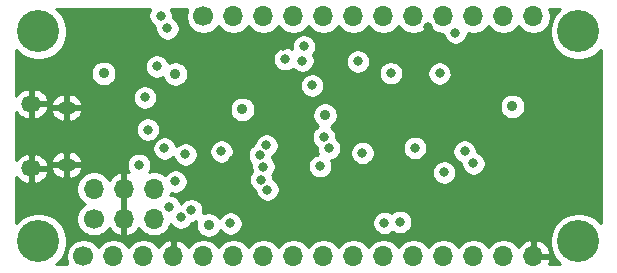
<source format=gbr>
G04 #@! TF.GenerationSoftware,KiCad,Pcbnew,(5.1.5)-3*
G04 #@! TF.CreationDate,2019-12-24T16:56:49-08:00*
G04 #@! TF.ProjectId,NBIoT Wing,4e42496f-5420-4576-996e-672e6b696361,rev?*
G04 #@! TF.SameCoordinates,Original*
G04 #@! TF.FileFunction,Copper,L2,Inr*
G04 #@! TF.FilePolarity,Positive*
%FSLAX46Y46*%
G04 Gerber Fmt 4.6, Leading zero omitted, Abs format (unit mm)*
G04 Created by KiCad (PCBNEW (5.1.5)-3) date 2019-12-24 16:56:49*
%MOMM*%
%LPD*%
G04 APERTURE LIST*
%ADD10C,1.700000*%
%ADD11O,1.700000X1.700000*%
%ADD12C,3.556000*%
%ADD13O,1.500000X1.100000*%
%ADD14O,1.700000X1.350000*%
%ADD15C,0.800000*%
%ADD16C,0.900000*%
%ADD17C,0.254000*%
G04 APERTURE END LIST*
D10*
X146050000Y-90170000D03*
D11*
X148590000Y-90170000D03*
X151130000Y-90170000D03*
X153670000Y-90170000D03*
X156210000Y-90170000D03*
X158750000Y-90170000D03*
X161290000Y-90170000D03*
X163830000Y-90170000D03*
X166370000Y-90170000D03*
X168910000Y-90170000D03*
X171450000Y-90170000D03*
X173990000Y-90170000D03*
D10*
X135890000Y-110490000D03*
D11*
X138430000Y-110490000D03*
X140970000Y-110490000D03*
X143510000Y-110490000D03*
X146050000Y-110490000D03*
X148590000Y-110490000D03*
X151130000Y-110490000D03*
X153670000Y-110490000D03*
X156210000Y-110490000D03*
X158750000Y-110490000D03*
X161290000Y-110490000D03*
X163830000Y-110490000D03*
X166370000Y-110490000D03*
X168910000Y-110490000D03*
X171450000Y-110490000D03*
X173990000Y-110490000D03*
D10*
X136779000Y-107315000D03*
D11*
X136779000Y-104775000D03*
X139319000Y-107315000D03*
X139319000Y-104775000D03*
X141859000Y-107315000D03*
X141859000Y-104775000D03*
D12*
X177800000Y-109220000D03*
X132080000Y-109220000D03*
X177800000Y-91440000D03*
X132080000Y-91440000D03*
D13*
X134473000Y-97885000D03*
X134473000Y-102725000D03*
D14*
X131473000Y-97575000D03*
X131473000Y-103035000D03*
D15*
X177355500Y-101028500D03*
X178879500Y-101028500D03*
X178117500Y-99504500D03*
X176593500Y-99250500D03*
X178371500Y-96456500D03*
X175831500Y-101028500D03*
X172910500Y-108204000D03*
X177800000Y-104140000D03*
X174244000Y-107950000D03*
X171196000Y-106680000D03*
X174752000Y-96520000D03*
X139787669Y-99955662D03*
X160274000Y-99314000D03*
X152781000Y-92646500D03*
X148526500Y-102362000D03*
X169291000Y-99250500D03*
X169989500Y-92900500D03*
X174752000Y-93027500D03*
X168211500Y-105791000D03*
X177292000Y-94234000D03*
X171704000Y-108458000D03*
X170434000Y-108458000D03*
X177419000Y-106680000D03*
X157226000Y-105156000D03*
X165100000Y-91079989D03*
X167386000Y-94996000D03*
X156926330Y-96737010D03*
X159766000Y-105030002D03*
D16*
X172212000Y-97790000D03*
X156357989Y-98535909D03*
X143677015Y-95036015D03*
X146494500Y-107823000D03*
X137604500Y-94996000D03*
X149352000Y-98044000D03*
D15*
X145006096Y-106581021D03*
X144526000Y-101854000D03*
X142430500Y-90106500D03*
X142105284Y-94406505D03*
X143002000Y-91186000D03*
X143129000Y-106299000D03*
X144145000Y-107188000D03*
X143673990Y-104140000D03*
X140589000Y-102743000D03*
X148336000Y-107696000D03*
X147574000Y-101600000D03*
X151384000Y-101092000D03*
X155932350Y-102854938D03*
X152971500Y-93789500D03*
X141097000Y-97028000D03*
X141351000Y-99758500D03*
X156676801Y-101320219D03*
X156260003Y-100388968D03*
X142748000Y-101346000D03*
X154434960Y-93915847D03*
X154559000Y-92710000D03*
X161925000Y-94980011D03*
X167386000Y-91529998D03*
X166052500Y-94996000D03*
X151459964Y-104830955D03*
X161376915Y-107656044D03*
X150936678Y-103978784D03*
X162709995Y-107557001D03*
X168910000Y-102616000D03*
X151132250Y-102877077D03*
X168159223Y-101599428D03*
X150829294Y-101924060D03*
X163953105Y-101294194D03*
X155257500Y-96012000D03*
X159131000Y-93980000D03*
X159512000Y-101727000D03*
X166433500Y-103378000D03*
D17*
G36*
X141513295Y-89616244D02*
G01*
X141435274Y-89804602D01*
X141395500Y-90004561D01*
X141395500Y-90208439D01*
X141435274Y-90408398D01*
X141513295Y-90596756D01*
X141626563Y-90766274D01*
X141770726Y-90910437D01*
X141940244Y-91023705D01*
X141976055Y-91038538D01*
X141967000Y-91084061D01*
X141967000Y-91287939D01*
X142006774Y-91487898D01*
X142084795Y-91676256D01*
X142198063Y-91845774D01*
X142342226Y-91989937D01*
X142511744Y-92103205D01*
X142700102Y-92181226D01*
X142900061Y-92221000D01*
X143103939Y-92221000D01*
X143303898Y-92181226D01*
X143492256Y-92103205D01*
X143661774Y-91989937D01*
X143805937Y-91845774D01*
X143919205Y-91676256D01*
X143997226Y-91487898D01*
X144037000Y-91287939D01*
X144037000Y-91084061D01*
X143997226Y-90884102D01*
X143919205Y-90695744D01*
X143805937Y-90526226D01*
X143661774Y-90382063D01*
X143492256Y-90268795D01*
X143456445Y-90253962D01*
X143465500Y-90208439D01*
X143465500Y-90004561D01*
X143425726Y-89804602D01*
X143347705Y-89616244D01*
X143310124Y-89560000D01*
X144695318Y-89560000D01*
X144622068Y-89736842D01*
X144565000Y-90023740D01*
X144565000Y-90316260D01*
X144622068Y-90603158D01*
X144734010Y-90873411D01*
X144896525Y-91116632D01*
X145103368Y-91323475D01*
X145346589Y-91485990D01*
X145616842Y-91597932D01*
X145903740Y-91655000D01*
X146196260Y-91655000D01*
X146483158Y-91597932D01*
X146753411Y-91485990D01*
X146996632Y-91323475D01*
X147203475Y-91116632D01*
X147320000Y-90942240D01*
X147436525Y-91116632D01*
X147643368Y-91323475D01*
X147886589Y-91485990D01*
X148156842Y-91597932D01*
X148443740Y-91655000D01*
X148736260Y-91655000D01*
X149023158Y-91597932D01*
X149293411Y-91485990D01*
X149536632Y-91323475D01*
X149743475Y-91116632D01*
X149860000Y-90942240D01*
X149976525Y-91116632D01*
X150183368Y-91323475D01*
X150426589Y-91485990D01*
X150696842Y-91597932D01*
X150983740Y-91655000D01*
X151276260Y-91655000D01*
X151563158Y-91597932D01*
X151833411Y-91485990D01*
X152076632Y-91323475D01*
X152283475Y-91116632D01*
X152400000Y-90942240D01*
X152516525Y-91116632D01*
X152723368Y-91323475D01*
X152966589Y-91485990D01*
X153236842Y-91597932D01*
X153523740Y-91655000D01*
X153816260Y-91655000D01*
X154103158Y-91597932D01*
X154373411Y-91485990D01*
X154616632Y-91323475D01*
X154823475Y-91116632D01*
X154940000Y-90942240D01*
X155056525Y-91116632D01*
X155263368Y-91323475D01*
X155506589Y-91485990D01*
X155776842Y-91597932D01*
X156063740Y-91655000D01*
X156356260Y-91655000D01*
X156643158Y-91597932D01*
X156913411Y-91485990D01*
X157156632Y-91323475D01*
X157363475Y-91116632D01*
X157480000Y-90942240D01*
X157596525Y-91116632D01*
X157803368Y-91323475D01*
X158046589Y-91485990D01*
X158316842Y-91597932D01*
X158603740Y-91655000D01*
X158896260Y-91655000D01*
X159183158Y-91597932D01*
X159453411Y-91485990D01*
X159696632Y-91323475D01*
X159903475Y-91116632D01*
X160020000Y-90942240D01*
X160136525Y-91116632D01*
X160343368Y-91323475D01*
X160586589Y-91485990D01*
X160856842Y-91597932D01*
X161143740Y-91655000D01*
X161436260Y-91655000D01*
X161723158Y-91597932D01*
X161993411Y-91485990D01*
X162236632Y-91323475D01*
X162443475Y-91116632D01*
X162560000Y-90942240D01*
X162676525Y-91116632D01*
X162883368Y-91323475D01*
X163126589Y-91485990D01*
X163396842Y-91597932D01*
X163683740Y-91655000D01*
X163976260Y-91655000D01*
X164263158Y-91597932D01*
X164533411Y-91485990D01*
X164776632Y-91323475D01*
X164983475Y-91116632D01*
X165100000Y-90942240D01*
X165216525Y-91116632D01*
X165423368Y-91323475D01*
X165666589Y-91485990D01*
X165936842Y-91597932D01*
X166223740Y-91655000D01*
X166355587Y-91655000D01*
X166390774Y-91831896D01*
X166468795Y-92020254D01*
X166582063Y-92189772D01*
X166726226Y-92333935D01*
X166895744Y-92447203D01*
X167084102Y-92525224D01*
X167284061Y-92564998D01*
X167487939Y-92564998D01*
X167687898Y-92525224D01*
X167876256Y-92447203D01*
X168045774Y-92333935D01*
X168189937Y-92189772D01*
X168303205Y-92020254D01*
X168381226Y-91831896D01*
X168421000Y-91631937D01*
X168421000Y-91574802D01*
X168476842Y-91597932D01*
X168763740Y-91655000D01*
X169056260Y-91655000D01*
X169343158Y-91597932D01*
X169613411Y-91485990D01*
X169856632Y-91323475D01*
X170063475Y-91116632D01*
X170180000Y-90942240D01*
X170296525Y-91116632D01*
X170503368Y-91323475D01*
X170746589Y-91485990D01*
X171016842Y-91597932D01*
X171303740Y-91655000D01*
X171596260Y-91655000D01*
X171883158Y-91597932D01*
X172153411Y-91485990D01*
X172396632Y-91323475D01*
X172603475Y-91116632D01*
X172720000Y-90942240D01*
X172836525Y-91116632D01*
X173043368Y-91323475D01*
X173286589Y-91485990D01*
X173556842Y-91597932D01*
X173843740Y-91655000D01*
X174136260Y-91655000D01*
X174423158Y-91597932D01*
X174693411Y-91485990D01*
X174936632Y-91323475D01*
X175143475Y-91116632D01*
X175305990Y-90873411D01*
X175417932Y-90603158D01*
X175475000Y-90316260D01*
X175475000Y-90023740D01*
X175417932Y-89736842D01*
X175344682Y-89560000D01*
X176270334Y-89560000D01*
X176261802Y-89565701D01*
X175925701Y-89901802D01*
X175661628Y-90297016D01*
X175479731Y-90736154D01*
X175387000Y-91202340D01*
X175387000Y-91677660D01*
X175479731Y-92143846D01*
X175661628Y-92582984D01*
X175925701Y-92978198D01*
X176261802Y-93314299D01*
X176657016Y-93578372D01*
X177096154Y-93760269D01*
X177562340Y-93853000D01*
X178037660Y-93853000D01*
X178503846Y-93760269D01*
X178942984Y-93578372D01*
X179338198Y-93314299D01*
X179674299Y-92978198D01*
X179680000Y-92969666D01*
X179680001Y-107690336D01*
X179674299Y-107681802D01*
X179338198Y-107345701D01*
X178942984Y-107081628D01*
X178503846Y-106899731D01*
X178037660Y-106807000D01*
X177562340Y-106807000D01*
X177096154Y-106899731D01*
X176657016Y-107081628D01*
X176261802Y-107345701D01*
X175925701Y-107681802D01*
X175661628Y-108077016D01*
X175479731Y-108516154D01*
X175387000Y-108982340D01*
X175387000Y-109457660D01*
X175479731Y-109923846D01*
X175661628Y-110362984D01*
X175925701Y-110758198D01*
X176261802Y-111094299D01*
X176270334Y-111100000D01*
X175341696Y-111100000D01*
X175431481Y-110846891D01*
X175310814Y-110617000D01*
X174117000Y-110617000D01*
X174117000Y-110637000D01*
X173863000Y-110637000D01*
X173863000Y-110617000D01*
X173843000Y-110617000D01*
X173843000Y-110363000D01*
X173863000Y-110363000D01*
X173863000Y-109169845D01*
X174117000Y-109169845D01*
X174117000Y-110363000D01*
X175310814Y-110363000D01*
X175431481Y-110133109D01*
X175334157Y-109858748D01*
X175185178Y-109608645D01*
X174990269Y-109392412D01*
X174756920Y-109218359D01*
X174494099Y-109093175D01*
X174346890Y-109048524D01*
X174117000Y-109169845D01*
X173863000Y-109169845D01*
X173633110Y-109048524D01*
X173485901Y-109093175D01*
X173223080Y-109218359D01*
X172989731Y-109392412D01*
X172794822Y-109608645D01*
X172725195Y-109725534D01*
X172603475Y-109543368D01*
X172396632Y-109336525D01*
X172153411Y-109174010D01*
X171883158Y-109062068D01*
X171596260Y-109005000D01*
X171303740Y-109005000D01*
X171016842Y-109062068D01*
X170746589Y-109174010D01*
X170503368Y-109336525D01*
X170296525Y-109543368D01*
X170180000Y-109717760D01*
X170063475Y-109543368D01*
X169856632Y-109336525D01*
X169613411Y-109174010D01*
X169343158Y-109062068D01*
X169056260Y-109005000D01*
X168763740Y-109005000D01*
X168476842Y-109062068D01*
X168206589Y-109174010D01*
X167963368Y-109336525D01*
X167756525Y-109543368D01*
X167640000Y-109717760D01*
X167523475Y-109543368D01*
X167316632Y-109336525D01*
X167073411Y-109174010D01*
X166803158Y-109062068D01*
X166516260Y-109005000D01*
X166223740Y-109005000D01*
X165936842Y-109062068D01*
X165666589Y-109174010D01*
X165423368Y-109336525D01*
X165216525Y-109543368D01*
X165100000Y-109717760D01*
X164983475Y-109543368D01*
X164776632Y-109336525D01*
X164533411Y-109174010D01*
X164263158Y-109062068D01*
X163976260Y-109005000D01*
X163683740Y-109005000D01*
X163396842Y-109062068D01*
X163126589Y-109174010D01*
X162883368Y-109336525D01*
X162676525Y-109543368D01*
X162560000Y-109717760D01*
X162443475Y-109543368D01*
X162236632Y-109336525D01*
X161993411Y-109174010D01*
X161723158Y-109062068D01*
X161436260Y-109005000D01*
X161143740Y-109005000D01*
X160856842Y-109062068D01*
X160586589Y-109174010D01*
X160343368Y-109336525D01*
X160136525Y-109543368D01*
X160020000Y-109717760D01*
X159903475Y-109543368D01*
X159696632Y-109336525D01*
X159453411Y-109174010D01*
X159183158Y-109062068D01*
X158896260Y-109005000D01*
X158603740Y-109005000D01*
X158316842Y-109062068D01*
X158046589Y-109174010D01*
X157803368Y-109336525D01*
X157596525Y-109543368D01*
X157480000Y-109717760D01*
X157363475Y-109543368D01*
X157156632Y-109336525D01*
X156913411Y-109174010D01*
X156643158Y-109062068D01*
X156356260Y-109005000D01*
X156063740Y-109005000D01*
X155776842Y-109062068D01*
X155506589Y-109174010D01*
X155263368Y-109336525D01*
X155056525Y-109543368D01*
X154940000Y-109717760D01*
X154823475Y-109543368D01*
X154616632Y-109336525D01*
X154373411Y-109174010D01*
X154103158Y-109062068D01*
X153816260Y-109005000D01*
X153523740Y-109005000D01*
X153236842Y-109062068D01*
X152966589Y-109174010D01*
X152723368Y-109336525D01*
X152516525Y-109543368D01*
X152400000Y-109717760D01*
X152283475Y-109543368D01*
X152076632Y-109336525D01*
X151833411Y-109174010D01*
X151563158Y-109062068D01*
X151276260Y-109005000D01*
X150983740Y-109005000D01*
X150696842Y-109062068D01*
X150426589Y-109174010D01*
X150183368Y-109336525D01*
X149976525Y-109543368D01*
X149860000Y-109717760D01*
X149743475Y-109543368D01*
X149536632Y-109336525D01*
X149293411Y-109174010D01*
X149023158Y-109062068D01*
X148736260Y-109005000D01*
X148443740Y-109005000D01*
X148156842Y-109062068D01*
X147886589Y-109174010D01*
X147643368Y-109336525D01*
X147436525Y-109543368D01*
X147320000Y-109717760D01*
X147203475Y-109543368D01*
X146996632Y-109336525D01*
X146753411Y-109174010D01*
X146483158Y-109062068D01*
X146196260Y-109005000D01*
X145903740Y-109005000D01*
X145616842Y-109062068D01*
X145346589Y-109174010D01*
X145103368Y-109336525D01*
X144896525Y-109543368D01*
X144774805Y-109725534D01*
X144705178Y-109608645D01*
X144510269Y-109392412D01*
X144276920Y-109218359D01*
X144014099Y-109093175D01*
X143866890Y-109048524D01*
X143637000Y-109169845D01*
X143637000Y-110363000D01*
X143657000Y-110363000D01*
X143657000Y-110617000D01*
X143637000Y-110617000D01*
X143637000Y-110637000D01*
X143383000Y-110637000D01*
X143383000Y-110617000D01*
X143363000Y-110617000D01*
X143363000Y-110363000D01*
X143383000Y-110363000D01*
X143383000Y-109169845D01*
X143153110Y-109048524D01*
X143005901Y-109093175D01*
X142743080Y-109218359D01*
X142509731Y-109392412D01*
X142314822Y-109608645D01*
X142245195Y-109725534D01*
X142123475Y-109543368D01*
X141916632Y-109336525D01*
X141673411Y-109174010D01*
X141403158Y-109062068D01*
X141116260Y-109005000D01*
X140823740Y-109005000D01*
X140536842Y-109062068D01*
X140266589Y-109174010D01*
X140023368Y-109336525D01*
X139816525Y-109543368D01*
X139700000Y-109717760D01*
X139583475Y-109543368D01*
X139376632Y-109336525D01*
X139133411Y-109174010D01*
X138863158Y-109062068D01*
X138576260Y-109005000D01*
X138283740Y-109005000D01*
X137996842Y-109062068D01*
X137726589Y-109174010D01*
X137483368Y-109336525D01*
X137276525Y-109543368D01*
X137160000Y-109717760D01*
X137043475Y-109543368D01*
X136836632Y-109336525D01*
X136593411Y-109174010D01*
X136323158Y-109062068D01*
X136036260Y-109005000D01*
X135743740Y-109005000D01*
X135456842Y-109062068D01*
X135186589Y-109174010D01*
X134943368Y-109336525D01*
X134736525Y-109543368D01*
X134574010Y-109786589D01*
X134462068Y-110056842D01*
X134405000Y-110343740D01*
X134405000Y-110636260D01*
X134462068Y-110923158D01*
X134535318Y-111100000D01*
X133609666Y-111100000D01*
X133618198Y-111094299D01*
X133954299Y-110758198D01*
X134218372Y-110362984D01*
X134400269Y-109923846D01*
X134493000Y-109457660D01*
X134493000Y-108982340D01*
X134400269Y-108516154D01*
X134218372Y-108077016D01*
X133954299Y-107681802D01*
X133618198Y-107345701D01*
X133222984Y-107081628D01*
X132783846Y-106899731D01*
X132317660Y-106807000D01*
X131842340Y-106807000D01*
X131376154Y-106899731D01*
X130937016Y-107081628D01*
X130541802Y-107345701D01*
X130205701Y-107681802D01*
X130200000Y-107690334D01*
X130200000Y-104628740D01*
X135294000Y-104628740D01*
X135294000Y-104921260D01*
X135351068Y-105208158D01*
X135463010Y-105478411D01*
X135625525Y-105721632D01*
X135832368Y-105928475D01*
X136006760Y-106045000D01*
X135832368Y-106161525D01*
X135625525Y-106368368D01*
X135463010Y-106611589D01*
X135351068Y-106881842D01*
X135294000Y-107168740D01*
X135294000Y-107461260D01*
X135351068Y-107748158D01*
X135463010Y-108018411D01*
X135625525Y-108261632D01*
X135832368Y-108468475D01*
X136075589Y-108630990D01*
X136345842Y-108742932D01*
X136632740Y-108800000D01*
X136925260Y-108800000D01*
X137212158Y-108742932D01*
X137482411Y-108630990D01*
X137725632Y-108468475D01*
X137932475Y-108261632D01*
X138054195Y-108079466D01*
X138123822Y-108196355D01*
X138318731Y-108412588D01*
X138552080Y-108586641D01*
X138814901Y-108711825D01*
X138962110Y-108756476D01*
X139192000Y-108635155D01*
X139192000Y-107442000D01*
X139172000Y-107442000D01*
X139172000Y-107188000D01*
X139192000Y-107188000D01*
X139192000Y-104902000D01*
X139172000Y-104902000D01*
X139172000Y-104648000D01*
X139192000Y-104648000D01*
X139192000Y-103454845D01*
X139446000Y-103454845D01*
X139446000Y-104648000D01*
X139466000Y-104648000D01*
X139466000Y-104902000D01*
X139446000Y-104902000D01*
X139446000Y-107188000D01*
X139466000Y-107188000D01*
X139466000Y-107442000D01*
X139446000Y-107442000D01*
X139446000Y-108635155D01*
X139675890Y-108756476D01*
X139823099Y-108711825D01*
X140085920Y-108586641D01*
X140319269Y-108412588D01*
X140514178Y-108196355D01*
X140583805Y-108079466D01*
X140705525Y-108261632D01*
X140912368Y-108468475D01*
X141155589Y-108630990D01*
X141425842Y-108742932D01*
X141712740Y-108800000D01*
X142005260Y-108800000D01*
X142292158Y-108742932D01*
X142562411Y-108630990D01*
X142805632Y-108468475D01*
X143012475Y-108261632D01*
X143174990Y-108018411D01*
X143282175Y-107759642D01*
X143341063Y-107847774D01*
X143485226Y-107991937D01*
X143654744Y-108105205D01*
X143843102Y-108183226D01*
X144043061Y-108223000D01*
X144246939Y-108223000D01*
X144446898Y-108183226D01*
X144635256Y-108105205D01*
X144804774Y-107991937D01*
X144948937Y-107847774D01*
X145062205Y-107678256D01*
X145087984Y-107616021D01*
X145108035Y-107616021D01*
X145307994Y-107576247D01*
X145448939Y-107517865D01*
X145409500Y-107716137D01*
X145409500Y-107929863D01*
X145451196Y-108139483D01*
X145532985Y-108336940D01*
X145651725Y-108514647D01*
X145802853Y-108665775D01*
X145980560Y-108784515D01*
X146178017Y-108866304D01*
X146387637Y-108908000D01*
X146601363Y-108908000D01*
X146810983Y-108866304D01*
X147008440Y-108784515D01*
X147186147Y-108665775D01*
X147337275Y-108514647D01*
X147456015Y-108336940D01*
X147480301Y-108278307D01*
X147532063Y-108355774D01*
X147676226Y-108499937D01*
X147845744Y-108613205D01*
X148034102Y-108691226D01*
X148234061Y-108731000D01*
X148437939Y-108731000D01*
X148637898Y-108691226D01*
X148826256Y-108613205D01*
X148995774Y-108499937D01*
X149139937Y-108355774D01*
X149253205Y-108186256D01*
X149331226Y-107997898D01*
X149371000Y-107797939D01*
X149371000Y-107594061D01*
X149363053Y-107554105D01*
X160341915Y-107554105D01*
X160341915Y-107757983D01*
X160381689Y-107957942D01*
X160459710Y-108146300D01*
X160572978Y-108315818D01*
X160717141Y-108459981D01*
X160886659Y-108573249D01*
X161075017Y-108651270D01*
X161274976Y-108691044D01*
X161478854Y-108691044D01*
X161678813Y-108651270D01*
X161867171Y-108573249D01*
X162036689Y-108459981D01*
X162101481Y-108395189D01*
X162219739Y-108474206D01*
X162408097Y-108552227D01*
X162608056Y-108592001D01*
X162811934Y-108592001D01*
X163011893Y-108552227D01*
X163200251Y-108474206D01*
X163369769Y-108360938D01*
X163513932Y-108216775D01*
X163627200Y-108047257D01*
X163705221Y-107858899D01*
X163744995Y-107658940D01*
X163744995Y-107455062D01*
X163705221Y-107255103D01*
X163627200Y-107066745D01*
X163513932Y-106897227D01*
X163369769Y-106753064D01*
X163200251Y-106639796D01*
X163011893Y-106561775D01*
X162811934Y-106522001D01*
X162608056Y-106522001D01*
X162408097Y-106561775D01*
X162219739Y-106639796D01*
X162050221Y-106753064D01*
X161985429Y-106817856D01*
X161867171Y-106738839D01*
X161678813Y-106660818D01*
X161478854Y-106621044D01*
X161274976Y-106621044D01*
X161075017Y-106660818D01*
X160886659Y-106738839D01*
X160717141Y-106852107D01*
X160572978Y-106996270D01*
X160459710Y-107165788D01*
X160381689Y-107354146D01*
X160341915Y-107554105D01*
X149363053Y-107554105D01*
X149331226Y-107394102D01*
X149253205Y-107205744D01*
X149139937Y-107036226D01*
X148995774Y-106892063D01*
X148826256Y-106778795D01*
X148637898Y-106700774D01*
X148437939Y-106661000D01*
X148234061Y-106661000D01*
X148034102Y-106700774D01*
X147845744Y-106778795D01*
X147676226Y-106892063D01*
X147532063Y-107036226D01*
X147418795Y-107205744D01*
X147406620Y-107235136D01*
X147337275Y-107131353D01*
X147186147Y-106980225D01*
X147008440Y-106861485D01*
X146810983Y-106779696D01*
X146601363Y-106738000D01*
X146387637Y-106738000D01*
X146178017Y-106779696D01*
X146007832Y-106850188D01*
X146041096Y-106682960D01*
X146041096Y-106479082D01*
X146001322Y-106279123D01*
X145923301Y-106090765D01*
X145810033Y-105921247D01*
X145665870Y-105777084D01*
X145496352Y-105663816D01*
X145307994Y-105585795D01*
X145108035Y-105546021D01*
X144904157Y-105546021D01*
X144704198Y-105585795D01*
X144515840Y-105663816D01*
X144346322Y-105777084D01*
X144202159Y-105921247D01*
X144130477Y-106028527D01*
X144124226Y-105997102D01*
X144046205Y-105808744D01*
X143932937Y-105639226D01*
X143788774Y-105495063D01*
X143619256Y-105381795D01*
X143430898Y-105303774D01*
X143261300Y-105270039D01*
X143286932Y-105208158D01*
X143306817Y-105108188D01*
X143372092Y-105135226D01*
X143572051Y-105175000D01*
X143775929Y-105175000D01*
X143975888Y-105135226D01*
X144164246Y-105057205D01*
X144333764Y-104943937D01*
X144477927Y-104799774D01*
X144591195Y-104630256D01*
X144669216Y-104441898D01*
X144708990Y-104241939D01*
X144708990Y-104038061D01*
X144669216Y-103838102D01*
X144591195Y-103649744D01*
X144477927Y-103480226D01*
X144333764Y-103336063D01*
X144164246Y-103222795D01*
X143975888Y-103144774D01*
X143775929Y-103105000D01*
X143572051Y-103105000D01*
X143372092Y-103144774D01*
X143183734Y-103222795D01*
X143014216Y-103336063D01*
X142870053Y-103480226D01*
X142784897Y-103607671D01*
X142562411Y-103459010D01*
X142292158Y-103347068D01*
X142005260Y-103290000D01*
X141712740Y-103290000D01*
X141430820Y-103346078D01*
X141506205Y-103233256D01*
X141584226Y-103044898D01*
X141624000Y-102844939D01*
X141624000Y-102641061D01*
X141584226Y-102441102D01*
X141506205Y-102252744D01*
X141392937Y-102083226D01*
X141248774Y-101939063D01*
X141079256Y-101825795D01*
X140890898Y-101747774D01*
X140690939Y-101708000D01*
X140487061Y-101708000D01*
X140287102Y-101747774D01*
X140098744Y-101825795D01*
X139929226Y-101939063D01*
X139785063Y-102083226D01*
X139671795Y-102252744D01*
X139593774Y-102441102D01*
X139554000Y-102641061D01*
X139554000Y-102844939D01*
X139593774Y-103044898D01*
X139671795Y-103233256D01*
X139754780Y-103357453D01*
X139675890Y-103333524D01*
X139446000Y-103454845D01*
X139192000Y-103454845D01*
X138962110Y-103333524D01*
X138814901Y-103378175D01*
X138552080Y-103503359D01*
X138318731Y-103677412D01*
X138123822Y-103893645D01*
X138054195Y-104010534D01*
X137932475Y-103828368D01*
X137725632Y-103621525D01*
X137482411Y-103459010D01*
X137212158Y-103347068D01*
X136925260Y-103290000D01*
X136632740Y-103290000D01*
X136345842Y-103347068D01*
X136075589Y-103459010D01*
X135832368Y-103621525D01*
X135625525Y-103828368D01*
X135463010Y-104071589D01*
X135351068Y-104341842D01*
X135294000Y-104628740D01*
X130200000Y-104628740D01*
X130200000Y-103743798D01*
X130264522Y-103845196D01*
X130442441Y-104031250D01*
X130653239Y-104179019D01*
X130888815Y-104282824D01*
X131140116Y-104338675D01*
X131346000Y-104188573D01*
X131346000Y-103162000D01*
X131600000Y-103162000D01*
X131600000Y-104188573D01*
X131805884Y-104338675D01*
X132057185Y-104282824D01*
X132292761Y-104179019D01*
X132503559Y-104031250D01*
X132681478Y-103845196D01*
X132819681Y-103628007D01*
X132912857Y-103388029D01*
X132915910Y-103364400D01*
X132792224Y-103162000D01*
X131600000Y-103162000D01*
X131346000Y-103162000D01*
X131326000Y-103162000D01*
X131326000Y-103034744D01*
X133129197Y-103034744D01*
X133133989Y-103073526D01*
X133223869Y-103289039D01*
X133354066Y-103482877D01*
X133519578Y-103647590D01*
X133714043Y-103776848D01*
X133929989Y-103865684D01*
X134159116Y-103910684D01*
X134346000Y-103755152D01*
X134346000Y-102852000D01*
X134600000Y-102852000D01*
X134600000Y-103755152D01*
X134786884Y-103910684D01*
X135016011Y-103865684D01*
X135231957Y-103776848D01*
X135426422Y-103647590D01*
X135591934Y-103482877D01*
X135722131Y-103289039D01*
X135812011Y-103073526D01*
X135816803Y-103034744D01*
X135691361Y-102852000D01*
X134600000Y-102852000D01*
X134346000Y-102852000D01*
X133254639Y-102852000D01*
X133129197Y-103034744D01*
X131326000Y-103034744D01*
X131326000Y-102908000D01*
X131346000Y-102908000D01*
X131346000Y-101881427D01*
X131600000Y-101881427D01*
X131600000Y-102908000D01*
X132792224Y-102908000D01*
X132915910Y-102705600D01*
X132912857Y-102681971D01*
X132819681Y-102441993D01*
X132802668Y-102415256D01*
X133129197Y-102415256D01*
X133254639Y-102598000D01*
X134346000Y-102598000D01*
X134346000Y-101694848D01*
X134600000Y-101694848D01*
X134600000Y-102598000D01*
X135691361Y-102598000D01*
X135816803Y-102415256D01*
X135812011Y-102376474D01*
X135722131Y-102160961D01*
X135591934Y-101967123D01*
X135426422Y-101802410D01*
X135231957Y-101673152D01*
X135016011Y-101584316D01*
X134786884Y-101539316D01*
X134600000Y-101694848D01*
X134346000Y-101694848D01*
X134159116Y-101539316D01*
X133929989Y-101584316D01*
X133714043Y-101673152D01*
X133519578Y-101802410D01*
X133354066Y-101967123D01*
X133223869Y-102160961D01*
X133133989Y-102376474D01*
X133129197Y-102415256D01*
X132802668Y-102415256D01*
X132681478Y-102224804D01*
X132503559Y-102038750D01*
X132292761Y-101890981D01*
X132057185Y-101787176D01*
X131805884Y-101731325D01*
X131600000Y-101881427D01*
X131346000Y-101881427D01*
X131140116Y-101731325D01*
X130888815Y-101787176D01*
X130653239Y-101890981D01*
X130442441Y-102038750D01*
X130264522Y-102224804D01*
X130200000Y-102326202D01*
X130200000Y-101244061D01*
X141713000Y-101244061D01*
X141713000Y-101447939D01*
X141752774Y-101647898D01*
X141830795Y-101836256D01*
X141944063Y-102005774D01*
X142088226Y-102149937D01*
X142257744Y-102263205D01*
X142446102Y-102341226D01*
X142646061Y-102381000D01*
X142849939Y-102381000D01*
X143049898Y-102341226D01*
X143238256Y-102263205D01*
X143407774Y-102149937D01*
X143509378Y-102048333D01*
X143530774Y-102155898D01*
X143608795Y-102344256D01*
X143722063Y-102513774D01*
X143866226Y-102657937D01*
X144035744Y-102771205D01*
X144224102Y-102849226D01*
X144424061Y-102889000D01*
X144627939Y-102889000D01*
X144827898Y-102849226D01*
X145016256Y-102771205D01*
X145185774Y-102657937D01*
X145329937Y-102513774D01*
X145443205Y-102344256D01*
X145521226Y-102155898D01*
X145561000Y-101955939D01*
X145561000Y-101752061D01*
X145521226Y-101552102D01*
X145498842Y-101498061D01*
X146539000Y-101498061D01*
X146539000Y-101701939D01*
X146578774Y-101901898D01*
X146656795Y-102090256D01*
X146770063Y-102259774D01*
X146914226Y-102403937D01*
X147083744Y-102517205D01*
X147272102Y-102595226D01*
X147472061Y-102635000D01*
X147675939Y-102635000D01*
X147875898Y-102595226D01*
X148064256Y-102517205D01*
X148233774Y-102403937D01*
X148377937Y-102259774D01*
X148491205Y-102090256D01*
X148569226Y-101901898D01*
X148585094Y-101822121D01*
X149794294Y-101822121D01*
X149794294Y-102025999D01*
X149834068Y-102225958D01*
X149912089Y-102414316D01*
X150025357Y-102583834D01*
X150117061Y-102675538D01*
X150097250Y-102775138D01*
X150097250Y-102979016D01*
X150137024Y-103178975D01*
X150176785Y-103274966D01*
X150132741Y-103319010D01*
X150019473Y-103488528D01*
X149941452Y-103676886D01*
X149901678Y-103876845D01*
X149901678Y-104080723D01*
X149941452Y-104280682D01*
X150019473Y-104469040D01*
X150132741Y-104638558D01*
X150276904Y-104782721D01*
X150424964Y-104881651D01*
X150424964Y-104932894D01*
X150464738Y-105132853D01*
X150542759Y-105321211D01*
X150656027Y-105490729D01*
X150800190Y-105634892D01*
X150969708Y-105748160D01*
X151158066Y-105826181D01*
X151358025Y-105865955D01*
X151561903Y-105865955D01*
X151761862Y-105826181D01*
X151950220Y-105748160D01*
X152119738Y-105634892D01*
X152263901Y-105490729D01*
X152377169Y-105321211D01*
X152455190Y-105132853D01*
X152494964Y-104932894D01*
X152494964Y-104729016D01*
X152455190Y-104529057D01*
X152377169Y-104340699D01*
X152263901Y-104171181D01*
X152119738Y-104027018D01*
X151971678Y-103928088D01*
X151971678Y-103876845D01*
X151931904Y-103676886D01*
X151892143Y-103580895D01*
X151936187Y-103536851D01*
X152049455Y-103367333D01*
X152127476Y-103178975D01*
X152167250Y-102979016D01*
X152167250Y-102775138D01*
X152162847Y-102752999D01*
X154897350Y-102752999D01*
X154897350Y-102956877D01*
X154937124Y-103156836D01*
X155015145Y-103345194D01*
X155128413Y-103514712D01*
X155272576Y-103658875D01*
X155442094Y-103772143D01*
X155630452Y-103850164D01*
X155830411Y-103889938D01*
X156034289Y-103889938D01*
X156234248Y-103850164D01*
X156422606Y-103772143D01*
X156592124Y-103658875D01*
X156736287Y-103514712D01*
X156849555Y-103345194D01*
X156878191Y-103276061D01*
X165398500Y-103276061D01*
X165398500Y-103479939D01*
X165438274Y-103679898D01*
X165516295Y-103868256D01*
X165629563Y-104037774D01*
X165773726Y-104181937D01*
X165943244Y-104295205D01*
X166131602Y-104373226D01*
X166331561Y-104413000D01*
X166535439Y-104413000D01*
X166735398Y-104373226D01*
X166923756Y-104295205D01*
X167093274Y-104181937D01*
X167237437Y-104037774D01*
X167350705Y-103868256D01*
X167428726Y-103679898D01*
X167468500Y-103479939D01*
X167468500Y-103276061D01*
X167428726Y-103076102D01*
X167350705Y-102887744D01*
X167237437Y-102718226D01*
X167093274Y-102574063D01*
X166923756Y-102460795D01*
X166735398Y-102382774D01*
X166535439Y-102343000D01*
X166331561Y-102343000D01*
X166131602Y-102382774D01*
X165943244Y-102460795D01*
X165773726Y-102574063D01*
X165629563Y-102718226D01*
X165516295Y-102887744D01*
X165438274Y-103076102D01*
X165398500Y-103276061D01*
X156878191Y-103276061D01*
X156927576Y-103156836D01*
X156967350Y-102956877D01*
X156967350Y-102752999D01*
X156927576Y-102553040D01*
X156849555Y-102364682D01*
X156835666Y-102343896D01*
X156978699Y-102315445D01*
X157167057Y-102237424D01*
X157336575Y-102124156D01*
X157480738Y-101979993D01*
X157594006Y-101810475D01*
X157670807Y-101625061D01*
X158477000Y-101625061D01*
X158477000Y-101828939D01*
X158516774Y-102028898D01*
X158594795Y-102217256D01*
X158708063Y-102386774D01*
X158852226Y-102530937D01*
X159021744Y-102644205D01*
X159210102Y-102722226D01*
X159410061Y-102762000D01*
X159613939Y-102762000D01*
X159813898Y-102722226D01*
X160002256Y-102644205D01*
X160171774Y-102530937D01*
X160315937Y-102386774D01*
X160429205Y-102217256D01*
X160507226Y-102028898D01*
X160547000Y-101828939D01*
X160547000Y-101625061D01*
X160507226Y-101425102D01*
X160429205Y-101236744D01*
X160399479Y-101192255D01*
X162918105Y-101192255D01*
X162918105Y-101396133D01*
X162957879Y-101596092D01*
X163035900Y-101784450D01*
X163149168Y-101953968D01*
X163293331Y-102098131D01*
X163462849Y-102211399D01*
X163651207Y-102289420D01*
X163851166Y-102329194D01*
X164055044Y-102329194D01*
X164255003Y-102289420D01*
X164443361Y-102211399D01*
X164612879Y-102098131D01*
X164757042Y-101953968D01*
X164870310Y-101784450D01*
X164948331Y-101596092D01*
X164967944Y-101497489D01*
X167124223Y-101497489D01*
X167124223Y-101701367D01*
X167163997Y-101901326D01*
X167242018Y-102089684D01*
X167355286Y-102259202D01*
X167499449Y-102403365D01*
X167668967Y-102516633D01*
X167857325Y-102594654D01*
X167875000Y-102598170D01*
X167875000Y-102717939D01*
X167914774Y-102917898D01*
X167992795Y-103106256D01*
X168106063Y-103275774D01*
X168250226Y-103419937D01*
X168419744Y-103533205D01*
X168608102Y-103611226D01*
X168808061Y-103651000D01*
X169011939Y-103651000D01*
X169211898Y-103611226D01*
X169400256Y-103533205D01*
X169569774Y-103419937D01*
X169713937Y-103275774D01*
X169827205Y-103106256D01*
X169905226Y-102917898D01*
X169945000Y-102717939D01*
X169945000Y-102514061D01*
X169905226Y-102314102D01*
X169827205Y-102125744D01*
X169713937Y-101956226D01*
X169569774Y-101812063D01*
X169400256Y-101698795D01*
X169211898Y-101620774D01*
X169194223Y-101617258D01*
X169194223Y-101497489D01*
X169154449Y-101297530D01*
X169076428Y-101109172D01*
X168963160Y-100939654D01*
X168818997Y-100795491D01*
X168649479Y-100682223D01*
X168461121Y-100604202D01*
X168261162Y-100564428D01*
X168057284Y-100564428D01*
X167857325Y-100604202D01*
X167668967Y-100682223D01*
X167499449Y-100795491D01*
X167355286Y-100939654D01*
X167242018Y-101109172D01*
X167163997Y-101297530D01*
X167124223Y-101497489D01*
X164967944Y-101497489D01*
X164988105Y-101396133D01*
X164988105Y-101192255D01*
X164948331Y-100992296D01*
X164870310Y-100803938D01*
X164757042Y-100634420D01*
X164612879Y-100490257D01*
X164443361Y-100376989D01*
X164255003Y-100298968D01*
X164055044Y-100259194D01*
X163851166Y-100259194D01*
X163651207Y-100298968D01*
X163462849Y-100376989D01*
X163293331Y-100490257D01*
X163149168Y-100634420D01*
X163035900Y-100803938D01*
X162957879Y-100992296D01*
X162918105Y-101192255D01*
X160399479Y-101192255D01*
X160315937Y-101067226D01*
X160171774Y-100923063D01*
X160002256Y-100809795D01*
X159813898Y-100731774D01*
X159613939Y-100692000D01*
X159410061Y-100692000D01*
X159210102Y-100731774D01*
X159021744Y-100809795D01*
X158852226Y-100923063D01*
X158708063Y-101067226D01*
X158594795Y-101236744D01*
X158516774Y-101425102D01*
X158477000Y-101625061D01*
X157670807Y-101625061D01*
X157672027Y-101622117D01*
X157711801Y-101422158D01*
X157711801Y-101218280D01*
X157672027Y-101018321D01*
X157594006Y-100829963D01*
X157480738Y-100660445D01*
X157336575Y-100516282D01*
X157295003Y-100488505D01*
X157295003Y-100287029D01*
X157255229Y-100087070D01*
X157177208Y-99898712D01*
X157063940Y-99729194D01*
X156919777Y-99585031D01*
X156820528Y-99518715D01*
X156871929Y-99497424D01*
X157049636Y-99378684D01*
X157200764Y-99227556D01*
X157319504Y-99049849D01*
X157401293Y-98852392D01*
X157442989Y-98642772D01*
X157442989Y-98429046D01*
X157401293Y-98219426D01*
X157319504Y-98021969D01*
X157200764Y-97844262D01*
X157049636Y-97693134D01*
X157034675Y-97683137D01*
X171127000Y-97683137D01*
X171127000Y-97896863D01*
X171168696Y-98106483D01*
X171250485Y-98303940D01*
X171369225Y-98481647D01*
X171520353Y-98632775D01*
X171698060Y-98751515D01*
X171895517Y-98833304D01*
X172105137Y-98875000D01*
X172318863Y-98875000D01*
X172528483Y-98833304D01*
X172725940Y-98751515D01*
X172903647Y-98632775D01*
X173054775Y-98481647D01*
X173173515Y-98303940D01*
X173255304Y-98106483D01*
X173297000Y-97896863D01*
X173297000Y-97683137D01*
X173255304Y-97473517D01*
X173173515Y-97276060D01*
X173054775Y-97098353D01*
X172903647Y-96947225D01*
X172725940Y-96828485D01*
X172528483Y-96746696D01*
X172318863Y-96705000D01*
X172105137Y-96705000D01*
X171895517Y-96746696D01*
X171698060Y-96828485D01*
X171520353Y-96947225D01*
X171369225Y-97098353D01*
X171250485Y-97276060D01*
X171168696Y-97473517D01*
X171127000Y-97683137D01*
X157034675Y-97683137D01*
X156871929Y-97574394D01*
X156674472Y-97492605D01*
X156464852Y-97450909D01*
X156251126Y-97450909D01*
X156041506Y-97492605D01*
X155844049Y-97574394D01*
X155666342Y-97693134D01*
X155515214Y-97844262D01*
X155396474Y-98021969D01*
X155314685Y-98219426D01*
X155272989Y-98429046D01*
X155272989Y-98642772D01*
X155314685Y-98852392D01*
X155396474Y-99049849D01*
X155515214Y-99227556D01*
X155666342Y-99378684D01*
X155791907Y-99462584D01*
X155769747Y-99471763D01*
X155600229Y-99585031D01*
X155456066Y-99729194D01*
X155342798Y-99898712D01*
X155264777Y-100087070D01*
X155225003Y-100287029D01*
X155225003Y-100490907D01*
X155264777Y-100690866D01*
X155342798Y-100879224D01*
X155456066Y-101048742D01*
X155600229Y-101192905D01*
X155641801Y-101220682D01*
X155641801Y-101422158D01*
X155681575Y-101622117D01*
X155759596Y-101810475D01*
X155773485Y-101831261D01*
X155630452Y-101859712D01*
X155442094Y-101937733D01*
X155272576Y-102051001D01*
X155128413Y-102195164D01*
X155015145Y-102364682D01*
X154937124Y-102553040D01*
X154897350Y-102752999D01*
X152162847Y-102752999D01*
X152127476Y-102575179D01*
X152049455Y-102386821D01*
X151936187Y-102217303D01*
X151844483Y-102125599D01*
X151864294Y-102025999D01*
X151864294Y-102013331D01*
X151874256Y-102009205D01*
X152043774Y-101895937D01*
X152187937Y-101751774D01*
X152301205Y-101582256D01*
X152379226Y-101393898D01*
X152419000Y-101193939D01*
X152419000Y-100990061D01*
X152379226Y-100790102D01*
X152301205Y-100601744D01*
X152187937Y-100432226D01*
X152043774Y-100288063D01*
X151874256Y-100174795D01*
X151685898Y-100096774D01*
X151485939Y-100057000D01*
X151282061Y-100057000D01*
X151082102Y-100096774D01*
X150893744Y-100174795D01*
X150724226Y-100288063D01*
X150580063Y-100432226D01*
X150466795Y-100601744D01*
X150388774Y-100790102D01*
X150349000Y-100990061D01*
X150349000Y-101002729D01*
X150339038Y-101006855D01*
X150169520Y-101120123D01*
X150025357Y-101264286D01*
X149912089Y-101433804D01*
X149834068Y-101622162D01*
X149794294Y-101822121D01*
X148585094Y-101822121D01*
X148609000Y-101701939D01*
X148609000Y-101498061D01*
X148569226Y-101298102D01*
X148491205Y-101109744D01*
X148377937Y-100940226D01*
X148233774Y-100796063D01*
X148064256Y-100682795D01*
X147875898Y-100604774D01*
X147675939Y-100565000D01*
X147472061Y-100565000D01*
X147272102Y-100604774D01*
X147083744Y-100682795D01*
X146914226Y-100796063D01*
X146770063Y-100940226D01*
X146656795Y-101109744D01*
X146578774Y-101298102D01*
X146539000Y-101498061D01*
X145498842Y-101498061D01*
X145443205Y-101363744D01*
X145329937Y-101194226D01*
X145185774Y-101050063D01*
X145016256Y-100936795D01*
X144827898Y-100858774D01*
X144627939Y-100819000D01*
X144424061Y-100819000D01*
X144224102Y-100858774D01*
X144035744Y-100936795D01*
X143866226Y-101050063D01*
X143764622Y-101151667D01*
X143743226Y-101044102D01*
X143665205Y-100855744D01*
X143551937Y-100686226D01*
X143407774Y-100542063D01*
X143238256Y-100428795D01*
X143049898Y-100350774D01*
X142849939Y-100311000D01*
X142646061Y-100311000D01*
X142446102Y-100350774D01*
X142257744Y-100428795D01*
X142088226Y-100542063D01*
X141944063Y-100686226D01*
X141830795Y-100855744D01*
X141752774Y-101044102D01*
X141713000Y-101244061D01*
X130200000Y-101244061D01*
X130200000Y-99656561D01*
X140316000Y-99656561D01*
X140316000Y-99860439D01*
X140355774Y-100060398D01*
X140433795Y-100248756D01*
X140547063Y-100418274D01*
X140691226Y-100562437D01*
X140860744Y-100675705D01*
X141049102Y-100753726D01*
X141249061Y-100793500D01*
X141452939Y-100793500D01*
X141652898Y-100753726D01*
X141841256Y-100675705D01*
X142010774Y-100562437D01*
X142154937Y-100418274D01*
X142268205Y-100248756D01*
X142346226Y-100060398D01*
X142386000Y-99860439D01*
X142386000Y-99656561D01*
X142346226Y-99456602D01*
X142268205Y-99268244D01*
X142154937Y-99098726D01*
X142010774Y-98954563D01*
X141841256Y-98841295D01*
X141652898Y-98763274D01*
X141452939Y-98723500D01*
X141249061Y-98723500D01*
X141049102Y-98763274D01*
X140860744Y-98841295D01*
X140691226Y-98954563D01*
X140547063Y-99098726D01*
X140433795Y-99268244D01*
X140355774Y-99456602D01*
X140316000Y-99656561D01*
X130200000Y-99656561D01*
X130200000Y-98283798D01*
X130264522Y-98385196D01*
X130442441Y-98571250D01*
X130653239Y-98719019D01*
X130888815Y-98822824D01*
X131140116Y-98878675D01*
X131346000Y-98728573D01*
X131346000Y-97702000D01*
X131600000Y-97702000D01*
X131600000Y-98728573D01*
X131805884Y-98878675D01*
X132057185Y-98822824D01*
X132292761Y-98719019D01*
X132503559Y-98571250D01*
X132681478Y-98385196D01*
X132802667Y-98194744D01*
X133129197Y-98194744D01*
X133133989Y-98233526D01*
X133223869Y-98449039D01*
X133354066Y-98642877D01*
X133519578Y-98807590D01*
X133714043Y-98936848D01*
X133929989Y-99025684D01*
X134159116Y-99070684D01*
X134346000Y-98915152D01*
X134346000Y-98012000D01*
X134600000Y-98012000D01*
X134600000Y-98915152D01*
X134786884Y-99070684D01*
X135016011Y-99025684D01*
X135231957Y-98936848D01*
X135426422Y-98807590D01*
X135591934Y-98642877D01*
X135722131Y-98449039D01*
X135812011Y-98233526D01*
X135816803Y-98194744D01*
X135691361Y-98012000D01*
X134600000Y-98012000D01*
X134346000Y-98012000D01*
X133254639Y-98012000D01*
X133129197Y-98194744D01*
X132802667Y-98194744D01*
X132819681Y-98168007D01*
X132912857Y-97928029D01*
X132915910Y-97904400D01*
X132792224Y-97702000D01*
X131600000Y-97702000D01*
X131346000Y-97702000D01*
X131326000Y-97702000D01*
X131326000Y-97575256D01*
X133129197Y-97575256D01*
X133254639Y-97758000D01*
X134346000Y-97758000D01*
X134346000Y-96854848D01*
X134600000Y-96854848D01*
X134600000Y-97758000D01*
X135691361Y-97758000D01*
X135816803Y-97575256D01*
X135812011Y-97536474D01*
X135722131Y-97320961D01*
X135591934Y-97127123D01*
X135426422Y-96962410D01*
X135371736Y-96926061D01*
X140062000Y-96926061D01*
X140062000Y-97129939D01*
X140101774Y-97329898D01*
X140179795Y-97518256D01*
X140293063Y-97687774D01*
X140437226Y-97831937D01*
X140606744Y-97945205D01*
X140795102Y-98023226D01*
X140995061Y-98063000D01*
X141198939Y-98063000D01*
X141398898Y-98023226D01*
X141587256Y-97945205D01*
X141599330Y-97937137D01*
X148267000Y-97937137D01*
X148267000Y-98150863D01*
X148308696Y-98360483D01*
X148390485Y-98557940D01*
X148509225Y-98735647D01*
X148660353Y-98886775D01*
X148838060Y-99005515D01*
X149035517Y-99087304D01*
X149245137Y-99129000D01*
X149458863Y-99129000D01*
X149668483Y-99087304D01*
X149865940Y-99005515D01*
X150043647Y-98886775D01*
X150194775Y-98735647D01*
X150313515Y-98557940D01*
X150395304Y-98360483D01*
X150437000Y-98150863D01*
X150437000Y-97937137D01*
X150395304Y-97727517D01*
X150313515Y-97530060D01*
X150194775Y-97352353D01*
X150043647Y-97201225D01*
X149865940Y-97082485D01*
X149668483Y-97000696D01*
X149458863Y-96959000D01*
X149245137Y-96959000D01*
X149035517Y-97000696D01*
X148838060Y-97082485D01*
X148660353Y-97201225D01*
X148509225Y-97352353D01*
X148390485Y-97530060D01*
X148308696Y-97727517D01*
X148267000Y-97937137D01*
X141599330Y-97937137D01*
X141756774Y-97831937D01*
X141900937Y-97687774D01*
X142014205Y-97518256D01*
X142092226Y-97329898D01*
X142132000Y-97129939D01*
X142132000Y-96926061D01*
X142092226Y-96726102D01*
X142014205Y-96537744D01*
X141900937Y-96368226D01*
X141756774Y-96224063D01*
X141587256Y-96110795D01*
X141398898Y-96032774D01*
X141198939Y-95993000D01*
X140995061Y-95993000D01*
X140795102Y-96032774D01*
X140606744Y-96110795D01*
X140437226Y-96224063D01*
X140293063Y-96368226D01*
X140179795Y-96537744D01*
X140101774Y-96726102D01*
X140062000Y-96926061D01*
X135371736Y-96926061D01*
X135231957Y-96833152D01*
X135016011Y-96744316D01*
X134786884Y-96699316D01*
X134600000Y-96854848D01*
X134346000Y-96854848D01*
X134159116Y-96699316D01*
X133929989Y-96744316D01*
X133714043Y-96833152D01*
X133519578Y-96962410D01*
X133354066Y-97127123D01*
X133223869Y-97320961D01*
X133133989Y-97536474D01*
X133129197Y-97575256D01*
X131326000Y-97575256D01*
X131326000Y-97448000D01*
X131346000Y-97448000D01*
X131346000Y-96421427D01*
X131600000Y-96421427D01*
X131600000Y-97448000D01*
X132792224Y-97448000D01*
X132915910Y-97245600D01*
X132912857Y-97221971D01*
X132819681Y-96981993D01*
X132681478Y-96764804D01*
X132503559Y-96578750D01*
X132292761Y-96430981D01*
X132057185Y-96327176D01*
X131805884Y-96271325D01*
X131600000Y-96421427D01*
X131346000Y-96421427D01*
X131140116Y-96271325D01*
X130888815Y-96327176D01*
X130653239Y-96430981D01*
X130442441Y-96578750D01*
X130264522Y-96764804D01*
X130200000Y-96866202D01*
X130200000Y-94889137D01*
X136519500Y-94889137D01*
X136519500Y-95102863D01*
X136561196Y-95312483D01*
X136642985Y-95509940D01*
X136761725Y-95687647D01*
X136912853Y-95838775D01*
X137090560Y-95957515D01*
X137288017Y-96039304D01*
X137497637Y-96081000D01*
X137711363Y-96081000D01*
X137920983Y-96039304D01*
X138118440Y-95957515D01*
X138296147Y-95838775D01*
X138447275Y-95687647D01*
X138566015Y-95509940D01*
X138647804Y-95312483D01*
X138689500Y-95102863D01*
X138689500Y-94889137D01*
X138647804Y-94679517D01*
X138566015Y-94482060D01*
X138447418Y-94304566D01*
X141070284Y-94304566D01*
X141070284Y-94508444D01*
X141110058Y-94708403D01*
X141188079Y-94896761D01*
X141301347Y-95066279D01*
X141445510Y-95210442D01*
X141615028Y-95323710D01*
X141803386Y-95401731D01*
X142003345Y-95441505D01*
X142207223Y-95441505D01*
X142407182Y-95401731D01*
X142595540Y-95323710D01*
X142624178Y-95304574D01*
X142633711Y-95352498D01*
X142715500Y-95549955D01*
X142834240Y-95727662D01*
X142985368Y-95878790D01*
X143163075Y-95997530D01*
X143360532Y-96079319D01*
X143570152Y-96121015D01*
X143783878Y-96121015D01*
X143993498Y-96079319D01*
X144190955Y-95997530D01*
X144321861Y-95910061D01*
X154222500Y-95910061D01*
X154222500Y-96113939D01*
X154262274Y-96313898D01*
X154340295Y-96502256D01*
X154453563Y-96671774D01*
X154597726Y-96815937D01*
X154767244Y-96929205D01*
X154955602Y-97007226D01*
X155155561Y-97047000D01*
X155359439Y-97047000D01*
X155559398Y-97007226D01*
X155747756Y-96929205D01*
X155917274Y-96815937D01*
X156061437Y-96671774D01*
X156174705Y-96502256D01*
X156252726Y-96313898D01*
X156292500Y-96113939D01*
X156292500Y-95910061D01*
X156252726Y-95710102D01*
X156174705Y-95521744D01*
X156061437Y-95352226D01*
X155917274Y-95208063D01*
X155747756Y-95094795D01*
X155559398Y-95016774D01*
X155359439Y-94977000D01*
X155155561Y-94977000D01*
X154955602Y-95016774D01*
X154767244Y-95094795D01*
X154597726Y-95208063D01*
X154453563Y-95352226D01*
X154340295Y-95521744D01*
X154262274Y-95710102D01*
X154222500Y-95910061D01*
X144321861Y-95910061D01*
X144368662Y-95878790D01*
X144519790Y-95727662D01*
X144638530Y-95549955D01*
X144720319Y-95352498D01*
X144762015Y-95142878D01*
X144762015Y-94929152D01*
X144720319Y-94719532D01*
X144638530Y-94522075D01*
X144519790Y-94344368D01*
X144368662Y-94193240D01*
X144190955Y-94074500D01*
X143993498Y-93992711D01*
X143783878Y-93951015D01*
X143570152Y-93951015D01*
X143360532Y-93992711D01*
X143163075Y-94074500D01*
X143102564Y-94114932D01*
X143100510Y-94104607D01*
X143022489Y-93916249D01*
X142909221Y-93746731D01*
X142850051Y-93687561D01*
X151936500Y-93687561D01*
X151936500Y-93891439D01*
X151976274Y-94091398D01*
X152054295Y-94279756D01*
X152167563Y-94449274D01*
X152311726Y-94593437D01*
X152481244Y-94706705D01*
X152669602Y-94784726D01*
X152869561Y-94824500D01*
X153073439Y-94824500D01*
X153273398Y-94784726D01*
X153461756Y-94706705D01*
X153631274Y-94593437D01*
X153640057Y-94584655D01*
X153775186Y-94719784D01*
X153944704Y-94833052D01*
X154133062Y-94911073D01*
X154333021Y-94950847D01*
X154536899Y-94950847D01*
X154736858Y-94911073D01*
X154925216Y-94833052D01*
X155094734Y-94719784D01*
X155238897Y-94575621D01*
X155352165Y-94406103D01*
X155430186Y-94217745D01*
X155469960Y-94017786D01*
X155469960Y-93878061D01*
X158096000Y-93878061D01*
X158096000Y-94081939D01*
X158135774Y-94281898D01*
X158213795Y-94470256D01*
X158327063Y-94639774D01*
X158471226Y-94783937D01*
X158640744Y-94897205D01*
X158829102Y-94975226D01*
X159029061Y-95015000D01*
X159232939Y-95015000D01*
X159432898Y-94975226D01*
X159621256Y-94897205D01*
X159649890Y-94878072D01*
X160890000Y-94878072D01*
X160890000Y-95081950D01*
X160929774Y-95281909D01*
X161007795Y-95470267D01*
X161121063Y-95639785D01*
X161265226Y-95783948D01*
X161434744Y-95897216D01*
X161623102Y-95975237D01*
X161823061Y-96015011D01*
X162026939Y-96015011D01*
X162226898Y-95975237D01*
X162415256Y-95897216D01*
X162584774Y-95783948D01*
X162728937Y-95639785D01*
X162842205Y-95470267D01*
X162920226Y-95281909D01*
X162960000Y-95081950D01*
X162960000Y-94894061D01*
X165017500Y-94894061D01*
X165017500Y-95097939D01*
X165057274Y-95297898D01*
X165135295Y-95486256D01*
X165248563Y-95655774D01*
X165392726Y-95799937D01*
X165562244Y-95913205D01*
X165750602Y-95991226D01*
X165950561Y-96031000D01*
X166154439Y-96031000D01*
X166354398Y-95991226D01*
X166542756Y-95913205D01*
X166712274Y-95799937D01*
X166856437Y-95655774D01*
X166969705Y-95486256D01*
X167047726Y-95297898D01*
X167087500Y-95097939D01*
X167087500Y-94894061D01*
X167047726Y-94694102D01*
X166969705Y-94505744D01*
X166856437Y-94336226D01*
X166712274Y-94192063D01*
X166542756Y-94078795D01*
X166354398Y-94000774D01*
X166154439Y-93961000D01*
X165950561Y-93961000D01*
X165750602Y-94000774D01*
X165562244Y-94078795D01*
X165392726Y-94192063D01*
X165248563Y-94336226D01*
X165135295Y-94505744D01*
X165057274Y-94694102D01*
X165017500Y-94894061D01*
X162960000Y-94894061D01*
X162960000Y-94878072D01*
X162920226Y-94678113D01*
X162842205Y-94489755D01*
X162728937Y-94320237D01*
X162584774Y-94176074D01*
X162415256Y-94062806D01*
X162226898Y-93984785D01*
X162026939Y-93945011D01*
X161823061Y-93945011D01*
X161623102Y-93984785D01*
X161434744Y-94062806D01*
X161265226Y-94176074D01*
X161121063Y-94320237D01*
X161007795Y-94489755D01*
X160929774Y-94678113D01*
X160890000Y-94878072D01*
X159649890Y-94878072D01*
X159790774Y-94783937D01*
X159934937Y-94639774D01*
X160048205Y-94470256D01*
X160126226Y-94281898D01*
X160166000Y-94081939D01*
X160166000Y-93878061D01*
X160126226Y-93678102D01*
X160048205Y-93489744D01*
X159934937Y-93320226D01*
X159790774Y-93176063D01*
X159621256Y-93062795D01*
X159432898Y-92984774D01*
X159232939Y-92945000D01*
X159029061Y-92945000D01*
X158829102Y-92984774D01*
X158640744Y-93062795D01*
X158471226Y-93176063D01*
X158327063Y-93320226D01*
X158213795Y-93489744D01*
X158135774Y-93678102D01*
X158096000Y-93878061D01*
X155469960Y-93878061D01*
X155469960Y-93813908D01*
X155430186Y-93613949D01*
X155352165Y-93425591D01*
X155334123Y-93398588D01*
X155362937Y-93369774D01*
X155476205Y-93200256D01*
X155554226Y-93011898D01*
X155594000Y-92811939D01*
X155594000Y-92608061D01*
X155554226Y-92408102D01*
X155476205Y-92219744D01*
X155362937Y-92050226D01*
X155218774Y-91906063D01*
X155049256Y-91792795D01*
X154860898Y-91714774D01*
X154660939Y-91675000D01*
X154457061Y-91675000D01*
X154257102Y-91714774D01*
X154068744Y-91792795D01*
X153899226Y-91906063D01*
X153755063Y-92050226D01*
X153641795Y-92219744D01*
X153563774Y-92408102D01*
X153524000Y-92608061D01*
X153524000Y-92811939D01*
X153547386Y-92929511D01*
X153461756Y-92872295D01*
X153273398Y-92794274D01*
X153073439Y-92754500D01*
X152869561Y-92754500D01*
X152669602Y-92794274D01*
X152481244Y-92872295D01*
X152311726Y-92985563D01*
X152167563Y-93129726D01*
X152054295Y-93299244D01*
X151976274Y-93487602D01*
X151936500Y-93687561D01*
X142850051Y-93687561D01*
X142765058Y-93602568D01*
X142595540Y-93489300D01*
X142407182Y-93411279D01*
X142207223Y-93371505D01*
X142003345Y-93371505D01*
X141803386Y-93411279D01*
X141615028Y-93489300D01*
X141445510Y-93602568D01*
X141301347Y-93746731D01*
X141188079Y-93916249D01*
X141110058Y-94104607D01*
X141070284Y-94304566D01*
X138447418Y-94304566D01*
X138447275Y-94304353D01*
X138296147Y-94153225D01*
X138118440Y-94034485D01*
X137920983Y-93952696D01*
X137711363Y-93911000D01*
X137497637Y-93911000D01*
X137288017Y-93952696D01*
X137090560Y-94034485D01*
X136912853Y-94153225D01*
X136761725Y-94304353D01*
X136642985Y-94482060D01*
X136561196Y-94679517D01*
X136519500Y-94889137D01*
X130200000Y-94889137D01*
X130200000Y-92969666D01*
X130205701Y-92978198D01*
X130541802Y-93314299D01*
X130937016Y-93578372D01*
X131376154Y-93760269D01*
X131842340Y-93853000D01*
X132317660Y-93853000D01*
X132783846Y-93760269D01*
X133222984Y-93578372D01*
X133618198Y-93314299D01*
X133954299Y-92978198D01*
X134218372Y-92582984D01*
X134400269Y-92143846D01*
X134493000Y-91677660D01*
X134493000Y-91202340D01*
X134400269Y-90736154D01*
X134218372Y-90297016D01*
X133954299Y-89901802D01*
X133618198Y-89565701D01*
X133609666Y-89560000D01*
X141550876Y-89560000D01*
X141513295Y-89616244D01*
G37*
X141513295Y-89616244D02*
X141435274Y-89804602D01*
X141395500Y-90004561D01*
X141395500Y-90208439D01*
X141435274Y-90408398D01*
X141513295Y-90596756D01*
X141626563Y-90766274D01*
X141770726Y-90910437D01*
X141940244Y-91023705D01*
X141976055Y-91038538D01*
X141967000Y-91084061D01*
X141967000Y-91287939D01*
X142006774Y-91487898D01*
X142084795Y-91676256D01*
X142198063Y-91845774D01*
X142342226Y-91989937D01*
X142511744Y-92103205D01*
X142700102Y-92181226D01*
X142900061Y-92221000D01*
X143103939Y-92221000D01*
X143303898Y-92181226D01*
X143492256Y-92103205D01*
X143661774Y-91989937D01*
X143805937Y-91845774D01*
X143919205Y-91676256D01*
X143997226Y-91487898D01*
X144037000Y-91287939D01*
X144037000Y-91084061D01*
X143997226Y-90884102D01*
X143919205Y-90695744D01*
X143805937Y-90526226D01*
X143661774Y-90382063D01*
X143492256Y-90268795D01*
X143456445Y-90253962D01*
X143465500Y-90208439D01*
X143465500Y-90004561D01*
X143425726Y-89804602D01*
X143347705Y-89616244D01*
X143310124Y-89560000D01*
X144695318Y-89560000D01*
X144622068Y-89736842D01*
X144565000Y-90023740D01*
X144565000Y-90316260D01*
X144622068Y-90603158D01*
X144734010Y-90873411D01*
X144896525Y-91116632D01*
X145103368Y-91323475D01*
X145346589Y-91485990D01*
X145616842Y-91597932D01*
X145903740Y-91655000D01*
X146196260Y-91655000D01*
X146483158Y-91597932D01*
X146753411Y-91485990D01*
X146996632Y-91323475D01*
X147203475Y-91116632D01*
X147320000Y-90942240D01*
X147436525Y-91116632D01*
X147643368Y-91323475D01*
X147886589Y-91485990D01*
X148156842Y-91597932D01*
X148443740Y-91655000D01*
X148736260Y-91655000D01*
X149023158Y-91597932D01*
X149293411Y-91485990D01*
X149536632Y-91323475D01*
X149743475Y-91116632D01*
X149860000Y-90942240D01*
X149976525Y-91116632D01*
X150183368Y-91323475D01*
X150426589Y-91485990D01*
X150696842Y-91597932D01*
X150983740Y-91655000D01*
X151276260Y-91655000D01*
X151563158Y-91597932D01*
X151833411Y-91485990D01*
X152076632Y-91323475D01*
X152283475Y-91116632D01*
X152400000Y-90942240D01*
X152516525Y-91116632D01*
X152723368Y-91323475D01*
X152966589Y-91485990D01*
X153236842Y-91597932D01*
X153523740Y-91655000D01*
X153816260Y-91655000D01*
X154103158Y-91597932D01*
X154373411Y-91485990D01*
X154616632Y-91323475D01*
X154823475Y-91116632D01*
X154940000Y-90942240D01*
X155056525Y-91116632D01*
X155263368Y-91323475D01*
X155506589Y-91485990D01*
X155776842Y-91597932D01*
X156063740Y-91655000D01*
X156356260Y-91655000D01*
X156643158Y-91597932D01*
X156913411Y-91485990D01*
X157156632Y-91323475D01*
X157363475Y-91116632D01*
X157480000Y-90942240D01*
X157596525Y-91116632D01*
X157803368Y-91323475D01*
X158046589Y-91485990D01*
X158316842Y-91597932D01*
X158603740Y-91655000D01*
X158896260Y-91655000D01*
X159183158Y-91597932D01*
X159453411Y-91485990D01*
X159696632Y-91323475D01*
X159903475Y-91116632D01*
X160020000Y-90942240D01*
X160136525Y-91116632D01*
X160343368Y-91323475D01*
X160586589Y-91485990D01*
X160856842Y-91597932D01*
X161143740Y-91655000D01*
X161436260Y-91655000D01*
X161723158Y-91597932D01*
X161993411Y-91485990D01*
X162236632Y-91323475D01*
X162443475Y-91116632D01*
X162560000Y-90942240D01*
X162676525Y-91116632D01*
X162883368Y-91323475D01*
X163126589Y-91485990D01*
X163396842Y-91597932D01*
X163683740Y-91655000D01*
X163976260Y-91655000D01*
X164263158Y-91597932D01*
X164533411Y-91485990D01*
X164776632Y-91323475D01*
X164983475Y-91116632D01*
X165100000Y-90942240D01*
X165216525Y-91116632D01*
X165423368Y-91323475D01*
X165666589Y-91485990D01*
X165936842Y-91597932D01*
X166223740Y-91655000D01*
X166355587Y-91655000D01*
X166390774Y-91831896D01*
X166468795Y-92020254D01*
X166582063Y-92189772D01*
X166726226Y-92333935D01*
X166895744Y-92447203D01*
X167084102Y-92525224D01*
X167284061Y-92564998D01*
X167487939Y-92564998D01*
X167687898Y-92525224D01*
X167876256Y-92447203D01*
X168045774Y-92333935D01*
X168189937Y-92189772D01*
X168303205Y-92020254D01*
X168381226Y-91831896D01*
X168421000Y-91631937D01*
X168421000Y-91574802D01*
X168476842Y-91597932D01*
X168763740Y-91655000D01*
X169056260Y-91655000D01*
X169343158Y-91597932D01*
X169613411Y-91485990D01*
X169856632Y-91323475D01*
X170063475Y-91116632D01*
X170180000Y-90942240D01*
X170296525Y-91116632D01*
X170503368Y-91323475D01*
X170746589Y-91485990D01*
X171016842Y-91597932D01*
X171303740Y-91655000D01*
X171596260Y-91655000D01*
X171883158Y-91597932D01*
X172153411Y-91485990D01*
X172396632Y-91323475D01*
X172603475Y-91116632D01*
X172720000Y-90942240D01*
X172836525Y-91116632D01*
X173043368Y-91323475D01*
X173286589Y-91485990D01*
X173556842Y-91597932D01*
X173843740Y-91655000D01*
X174136260Y-91655000D01*
X174423158Y-91597932D01*
X174693411Y-91485990D01*
X174936632Y-91323475D01*
X175143475Y-91116632D01*
X175305990Y-90873411D01*
X175417932Y-90603158D01*
X175475000Y-90316260D01*
X175475000Y-90023740D01*
X175417932Y-89736842D01*
X175344682Y-89560000D01*
X176270334Y-89560000D01*
X176261802Y-89565701D01*
X175925701Y-89901802D01*
X175661628Y-90297016D01*
X175479731Y-90736154D01*
X175387000Y-91202340D01*
X175387000Y-91677660D01*
X175479731Y-92143846D01*
X175661628Y-92582984D01*
X175925701Y-92978198D01*
X176261802Y-93314299D01*
X176657016Y-93578372D01*
X177096154Y-93760269D01*
X177562340Y-93853000D01*
X178037660Y-93853000D01*
X178503846Y-93760269D01*
X178942984Y-93578372D01*
X179338198Y-93314299D01*
X179674299Y-92978198D01*
X179680000Y-92969666D01*
X179680001Y-107690336D01*
X179674299Y-107681802D01*
X179338198Y-107345701D01*
X178942984Y-107081628D01*
X178503846Y-106899731D01*
X178037660Y-106807000D01*
X177562340Y-106807000D01*
X177096154Y-106899731D01*
X176657016Y-107081628D01*
X176261802Y-107345701D01*
X175925701Y-107681802D01*
X175661628Y-108077016D01*
X175479731Y-108516154D01*
X175387000Y-108982340D01*
X175387000Y-109457660D01*
X175479731Y-109923846D01*
X175661628Y-110362984D01*
X175925701Y-110758198D01*
X176261802Y-111094299D01*
X176270334Y-111100000D01*
X175341696Y-111100000D01*
X175431481Y-110846891D01*
X175310814Y-110617000D01*
X174117000Y-110617000D01*
X174117000Y-110637000D01*
X173863000Y-110637000D01*
X173863000Y-110617000D01*
X173843000Y-110617000D01*
X173843000Y-110363000D01*
X173863000Y-110363000D01*
X173863000Y-109169845D01*
X174117000Y-109169845D01*
X174117000Y-110363000D01*
X175310814Y-110363000D01*
X175431481Y-110133109D01*
X175334157Y-109858748D01*
X175185178Y-109608645D01*
X174990269Y-109392412D01*
X174756920Y-109218359D01*
X174494099Y-109093175D01*
X174346890Y-109048524D01*
X174117000Y-109169845D01*
X173863000Y-109169845D01*
X173633110Y-109048524D01*
X173485901Y-109093175D01*
X173223080Y-109218359D01*
X172989731Y-109392412D01*
X172794822Y-109608645D01*
X172725195Y-109725534D01*
X172603475Y-109543368D01*
X172396632Y-109336525D01*
X172153411Y-109174010D01*
X171883158Y-109062068D01*
X171596260Y-109005000D01*
X171303740Y-109005000D01*
X171016842Y-109062068D01*
X170746589Y-109174010D01*
X170503368Y-109336525D01*
X170296525Y-109543368D01*
X170180000Y-109717760D01*
X170063475Y-109543368D01*
X169856632Y-109336525D01*
X169613411Y-109174010D01*
X169343158Y-109062068D01*
X169056260Y-109005000D01*
X168763740Y-109005000D01*
X168476842Y-109062068D01*
X168206589Y-109174010D01*
X167963368Y-109336525D01*
X167756525Y-109543368D01*
X167640000Y-109717760D01*
X167523475Y-109543368D01*
X167316632Y-109336525D01*
X167073411Y-109174010D01*
X166803158Y-109062068D01*
X166516260Y-109005000D01*
X166223740Y-109005000D01*
X165936842Y-109062068D01*
X165666589Y-109174010D01*
X165423368Y-109336525D01*
X165216525Y-109543368D01*
X165100000Y-109717760D01*
X164983475Y-109543368D01*
X164776632Y-109336525D01*
X164533411Y-109174010D01*
X164263158Y-109062068D01*
X163976260Y-109005000D01*
X163683740Y-109005000D01*
X163396842Y-109062068D01*
X163126589Y-109174010D01*
X162883368Y-109336525D01*
X162676525Y-109543368D01*
X162560000Y-109717760D01*
X162443475Y-109543368D01*
X162236632Y-109336525D01*
X161993411Y-109174010D01*
X161723158Y-109062068D01*
X161436260Y-109005000D01*
X161143740Y-109005000D01*
X160856842Y-109062068D01*
X160586589Y-109174010D01*
X160343368Y-109336525D01*
X160136525Y-109543368D01*
X160020000Y-109717760D01*
X159903475Y-109543368D01*
X159696632Y-109336525D01*
X159453411Y-109174010D01*
X159183158Y-109062068D01*
X158896260Y-109005000D01*
X158603740Y-109005000D01*
X158316842Y-109062068D01*
X158046589Y-109174010D01*
X157803368Y-109336525D01*
X157596525Y-109543368D01*
X157480000Y-109717760D01*
X157363475Y-109543368D01*
X157156632Y-109336525D01*
X156913411Y-109174010D01*
X156643158Y-109062068D01*
X156356260Y-109005000D01*
X156063740Y-109005000D01*
X155776842Y-109062068D01*
X155506589Y-109174010D01*
X155263368Y-109336525D01*
X155056525Y-109543368D01*
X154940000Y-109717760D01*
X154823475Y-109543368D01*
X154616632Y-109336525D01*
X154373411Y-109174010D01*
X154103158Y-109062068D01*
X153816260Y-109005000D01*
X153523740Y-109005000D01*
X153236842Y-109062068D01*
X152966589Y-109174010D01*
X152723368Y-109336525D01*
X152516525Y-109543368D01*
X152400000Y-109717760D01*
X152283475Y-109543368D01*
X152076632Y-109336525D01*
X151833411Y-109174010D01*
X151563158Y-109062068D01*
X151276260Y-109005000D01*
X150983740Y-109005000D01*
X150696842Y-109062068D01*
X150426589Y-109174010D01*
X150183368Y-109336525D01*
X149976525Y-109543368D01*
X149860000Y-109717760D01*
X149743475Y-109543368D01*
X149536632Y-109336525D01*
X149293411Y-109174010D01*
X149023158Y-109062068D01*
X148736260Y-109005000D01*
X148443740Y-109005000D01*
X148156842Y-109062068D01*
X147886589Y-109174010D01*
X147643368Y-109336525D01*
X147436525Y-109543368D01*
X147320000Y-109717760D01*
X147203475Y-109543368D01*
X146996632Y-109336525D01*
X146753411Y-109174010D01*
X146483158Y-109062068D01*
X146196260Y-109005000D01*
X145903740Y-109005000D01*
X145616842Y-109062068D01*
X145346589Y-109174010D01*
X145103368Y-109336525D01*
X144896525Y-109543368D01*
X144774805Y-109725534D01*
X144705178Y-109608645D01*
X144510269Y-109392412D01*
X144276920Y-109218359D01*
X144014099Y-109093175D01*
X143866890Y-109048524D01*
X143637000Y-109169845D01*
X143637000Y-110363000D01*
X143657000Y-110363000D01*
X143657000Y-110617000D01*
X143637000Y-110617000D01*
X143637000Y-110637000D01*
X143383000Y-110637000D01*
X143383000Y-110617000D01*
X143363000Y-110617000D01*
X143363000Y-110363000D01*
X143383000Y-110363000D01*
X143383000Y-109169845D01*
X143153110Y-109048524D01*
X143005901Y-109093175D01*
X142743080Y-109218359D01*
X142509731Y-109392412D01*
X142314822Y-109608645D01*
X142245195Y-109725534D01*
X142123475Y-109543368D01*
X141916632Y-109336525D01*
X141673411Y-109174010D01*
X141403158Y-109062068D01*
X141116260Y-109005000D01*
X140823740Y-109005000D01*
X140536842Y-109062068D01*
X140266589Y-109174010D01*
X140023368Y-109336525D01*
X139816525Y-109543368D01*
X139700000Y-109717760D01*
X139583475Y-109543368D01*
X139376632Y-109336525D01*
X139133411Y-109174010D01*
X138863158Y-109062068D01*
X138576260Y-109005000D01*
X138283740Y-109005000D01*
X137996842Y-109062068D01*
X137726589Y-109174010D01*
X137483368Y-109336525D01*
X137276525Y-109543368D01*
X137160000Y-109717760D01*
X137043475Y-109543368D01*
X136836632Y-109336525D01*
X136593411Y-109174010D01*
X136323158Y-109062068D01*
X136036260Y-109005000D01*
X135743740Y-109005000D01*
X135456842Y-109062068D01*
X135186589Y-109174010D01*
X134943368Y-109336525D01*
X134736525Y-109543368D01*
X134574010Y-109786589D01*
X134462068Y-110056842D01*
X134405000Y-110343740D01*
X134405000Y-110636260D01*
X134462068Y-110923158D01*
X134535318Y-111100000D01*
X133609666Y-111100000D01*
X133618198Y-111094299D01*
X133954299Y-110758198D01*
X134218372Y-110362984D01*
X134400269Y-109923846D01*
X134493000Y-109457660D01*
X134493000Y-108982340D01*
X134400269Y-108516154D01*
X134218372Y-108077016D01*
X133954299Y-107681802D01*
X133618198Y-107345701D01*
X133222984Y-107081628D01*
X132783846Y-106899731D01*
X132317660Y-106807000D01*
X131842340Y-106807000D01*
X131376154Y-106899731D01*
X130937016Y-107081628D01*
X130541802Y-107345701D01*
X130205701Y-107681802D01*
X130200000Y-107690334D01*
X130200000Y-104628740D01*
X135294000Y-104628740D01*
X135294000Y-104921260D01*
X135351068Y-105208158D01*
X135463010Y-105478411D01*
X135625525Y-105721632D01*
X135832368Y-105928475D01*
X136006760Y-106045000D01*
X135832368Y-106161525D01*
X135625525Y-106368368D01*
X135463010Y-106611589D01*
X135351068Y-106881842D01*
X135294000Y-107168740D01*
X135294000Y-107461260D01*
X135351068Y-107748158D01*
X135463010Y-108018411D01*
X135625525Y-108261632D01*
X135832368Y-108468475D01*
X136075589Y-108630990D01*
X136345842Y-108742932D01*
X136632740Y-108800000D01*
X136925260Y-108800000D01*
X137212158Y-108742932D01*
X137482411Y-108630990D01*
X137725632Y-108468475D01*
X137932475Y-108261632D01*
X138054195Y-108079466D01*
X138123822Y-108196355D01*
X138318731Y-108412588D01*
X138552080Y-108586641D01*
X138814901Y-108711825D01*
X138962110Y-108756476D01*
X139192000Y-108635155D01*
X139192000Y-107442000D01*
X139172000Y-107442000D01*
X139172000Y-107188000D01*
X139192000Y-107188000D01*
X139192000Y-104902000D01*
X139172000Y-104902000D01*
X139172000Y-104648000D01*
X139192000Y-104648000D01*
X139192000Y-103454845D01*
X139446000Y-103454845D01*
X139446000Y-104648000D01*
X139466000Y-104648000D01*
X139466000Y-104902000D01*
X139446000Y-104902000D01*
X139446000Y-107188000D01*
X139466000Y-107188000D01*
X139466000Y-107442000D01*
X139446000Y-107442000D01*
X139446000Y-108635155D01*
X139675890Y-108756476D01*
X139823099Y-108711825D01*
X140085920Y-108586641D01*
X140319269Y-108412588D01*
X140514178Y-108196355D01*
X140583805Y-108079466D01*
X140705525Y-108261632D01*
X140912368Y-108468475D01*
X141155589Y-108630990D01*
X141425842Y-108742932D01*
X141712740Y-108800000D01*
X142005260Y-108800000D01*
X142292158Y-108742932D01*
X142562411Y-108630990D01*
X142805632Y-108468475D01*
X143012475Y-108261632D01*
X143174990Y-108018411D01*
X143282175Y-107759642D01*
X143341063Y-107847774D01*
X143485226Y-107991937D01*
X143654744Y-108105205D01*
X143843102Y-108183226D01*
X144043061Y-108223000D01*
X144246939Y-108223000D01*
X144446898Y-108183226D01*
X144635256Y-108105205D01*
X144804774Y-107991937D01*
X144948937Y-107847774D01*
X145062205Y-107678256D01*
X145087984Y-107616021D01*
X145108035Y-107616021D01*
X145307994Y-107576247D01*
X145448939Y-107517865D01*
X145409500Y-107716137D01*
X145409500Y-107929863D01*
X145451196Y-108139483D01*
X145532985Y-108336940D01*
X145651725Y-108514647D01*
X145802853Y-108665775D01*
X145980560Y-108784515D01*
X146178017Y-108866304D01*
X146387637Y-108908000D01*
X146601363Y-108908000D01*
X146810983Y-108866304D01*
X147008440Y-108784515D01*
X147186147Y-108665775D01*
X147337275Y-108514647D01*
X147456015Y-108336940D01*
X147480301Y-108278307D01*
X147532063Y-108355774D01*
X147676226Y-108499937D01*
X147845744Y-108613205D01*
X148034102Y-108691226D01*
X148234061Y-108731000D01*
X148437939Y-108731000D01*
X148637898Y-108691226D01*
X148826256Y-108613205D01*
X148995774Y-108499937D01*
X149139937Y-108355774D01*
X149253205Y-108186256D01*
X149331226Y-107997898D01*
X149371000Y-107797939D01*
X149371000Y-107594061D01*
X149363053Y-107554105D01*
X160341915Y-107554105D01*
X160341915Y-107757983D01*
X160381689Y-107957942D01*
X160459710Y-108146300D01*
X160572978Y-108315818D01*
X160717141Y-108459981D01*
X160886659Y-108573249D01*
X161075017Y-108651270D01*
X161274976Y-108691044D01*
X161478854Y-108691044D01*
X161678813Y-108651270D01*
X161867171Y-108573249D01*
X162036689Y-108459981D01*
X162101481Y-108395189D01*
X162219739Y-108474206D01*
X162408097Y-108552227D01*
X162608056Y-108592001D01*
X162811934Y-108592001D01*
X163011893Y-108552227D01*
X163200251Y-108474206D01*
X163369769Y-108360938D01*
X163513932Y-108216775D01*
X163627200Y-108047257D01*
X163705221Y-107858899D01*
X163744995Y-107658940D01*
X163744995Y-107455062D01*
X163705221Y-107255103D01*
X163627200Y-107066745D01*
X163513932Y-106897227D01*
X163369769Y-106753064D01*
X163200251Y-106639796D01*
X163011893Y-106561775D01*
X162811934Y-106522001D01*
X162608056Y-106522001D01*
X162408097Y-106561775D01*
X162219739Y-106639796D01*
X162050221Y-106753064D01*
X161985429Y-106817856D01*
X161867171Y-106738839D01*
X161678813Y-106660818D01*
X161478854Y-106621044D01*
X161274976Y-106621044D01*
X161075017Y-106660818D01*
X160886659Y-106738839D01*
X160717141Y-106852107D01*
X160572978Y-106996270D01*
X160459710Y-107165788D01*
X160381689Y-107354146D01*
X160341915Y-107554105D01*
X149363053Y-107554105D01*
X149331226Y-107394102D01*
X149253205Y-107205744D01*
X149139937Y-107036226D01*
X148995774Y-106892063D01*
X148826256Y-106778795D01*
X148637898Y-106700774D01*
X148437939Y-106661000D01*
X148234061Y-106661000D01*
X148034102Y-106700774D01*
X147845744Y-106778795D01*
X147676226Y-106892063D01*
X147532063Y-107036226D01*
X147418795Y-107205744D01*
X147406620Y-107235136D01*
X147337275Y-107131353D01*
X147186147Y-106980225D01*
X147008440Y-106861485D01*
X146810983Y-106779696D01*
X146601363Y-106738000D01*
X146387637Y-106738000D01*
X146178017Y-106779696D01*
X146007832Y-106850188D01*
X146041096Y-106682960D01*
X146041096Y-106479082D01*
X146001322Y-106279123D01*
X145923301Y-106090765D01*
X145810033Y-105921247D01*
X145665870Y-105777084D01*
X145496352Y-105663816D01*
X145307994Y-105585795D01*
X145108035Y-105546021D01*
X144904157Y-105546021D01*
X144704198Y-105585795D01*
X144515840Y-105663816D01*
X144346322Y-105777084D01*
X144202159Y-105921247D01*
X144130477Y-106028527D01*
X144124226Y-105997102D01*
X144046205Y-105808744D01*
X143932937Y-105639226D01*
X143788774Y-105495063D01*
X143619256Y-105381795D01*
X143430898Y-105303774D01*
X143261300Y-105270039D01*
X143286932Y-105208158D01*
X143306817Y-105108188D01*
X143372092Y-105135226D01*
X143572051Y-105175000D01*
X143775929Y-105175000D01*
X143975888Y-105135226D01*
X144164246Y-105057205D01*
X144333764Y-104943937D01*
X144477927Y-104799774D01*
X144591195Y-104630256D01*
X144669216Y-104441898D01*
X144708990Y-104241939D01*
X144708990Y-104038061D01*
X144669216Y-103838102D01*
X144591195Y-103649744D01*
X144477927Y-103480226D01*
X144333764Y-103336063D01*
X144164246Y-103222795D01*
X143975888Y-103144774D01*
X143775929Y-103105000D01*
X143572051Y-103105000D01*
X143372092Y-103144774D01*
X143183734Y-103222795D01*
X143014216Y-103336063D01*
X142870053Y-103480226D01*
X142784897Y-103607671D01*
X142562411Y-103459010D01*
X142292158Y-103347068D01*
X142005260Y-103290000D01*
X141712740Y-103290000D01*
X141430820Y-103346078D01*
X141506205Y-103233256D01*
X141584226Y-103044898D01*
X141624000Y-102844939D01*
X141624000Y-102641061D01*
X141584226Y-102441102D01*
X141506205Y-102252744D01*
X141392937Y-102083226D01*
X141248774Y-101939063D01*
X141079256Y-101825795D01*
X140890898Y-101747774D01*
X140690939Y-101708000D01*
X140487061Y-101708000D01*
X140287102Y-101747774D01*
X140098744Y-101825795D01*
X139929226Y-101939063D01*
X139785063Y-102083226D01*
X139671795Y-102252744D01*
X139593774Y-102441102D01*
X139554000Y-102641061D01*
X139554000Y-102844939D01*
X139593774Y-103044898D01*
X139671795Y-103233256D01*
X139754780Y-103357453D01*
X139675890Y-103333524D01*
X139446000Y-103454845D01*
X139192000Y-103454845D01*
X138962110Y-103333524D01*
X138814901Y-103378175D01*
X138552080Y-103503359D01*
X138318731Y-103677412D01*
X138123822Y-103893645D01*
X138054195Y-104010534D01*
X137932475Y-103828368D01*
X137725632Y-103621525D01*
X137482411Y-103459010D01*
X137212158Y-103347068D01*
X136925260Y-103290000D01*
X136632740Y-103290000D01*
X136345842Y-103347068D01*
X136075589Y-103459010D01*
X135832368Y-103621525D01*
X135625525Y-103828368D01*
X135463010Y-104071589D01*
X135351068Y-104341842D01*
X135294000Y-104628740D01*
X130200000Y-104628740D01*
X130200000Y-103743798D01*
X130264522Y-103845196D01*
X130442441Y-104031250D01*
X130653239Y-104179019D01*
X130888815Y-104282824D01*
X131140116Y-104338675D01*
X131346000Y-104188573D01*
X131346000Y-103162000D01*
X131600000Y-103162000D01*
X131600000Y-104188573D01*
X131805884Y-104338675D01*
X132057185Y-104282824D01*
X132292761Y-104179019D01*
X132503559Y-104031250D01*
X132681478Y-103845196D01*
X132819681Y-103628007D01*
X132912857Y-103388029D01*
X132915910Y-103364400D01*
X132792224Y-103162000D01*
X131600000Y-103162000D01*
X131346000Y-103162000D01*
X131326000Y-103162000D01*
X131326000Y-103034744D01*
X133129197Y-103034744D01*
X133133989Y-103073526D01*
X133223869Y-103289039D01*
X133354066Y-103482877D01*
X133519578Y-103647590D01*
X133714043Y-103776848D01*
X133929989Y-103865684D01*
X134159116Y-103910684D01*
X134346000Y-103755152D01*
X134346000Y-102852000D01*
X134600000Y-102852000D01*
X134600000Y-103755152D01*
X134786884Y-103910684D01*
X135016011Y-103865684D01*
X135231957Y-103776848D01*
X135426422Y-103647590D01*
X135591934Y-103482877D01*
X135722131Y-103289039D01*
X135812011Y-103073526D01*
X135816803Y-103034744D01*
X135691361Y-102852000D01*
X134600000Y-102852000D01*
X134346000Y-102852000D01*
X133254639Y-102852000D01*
X133129197Y-103034744D01*
X131326000Y-103034744D01*
X131326000Y-102908000D01*
X131346000Y-102908000D01*
X131346000Y-101881427D01*
X131600000Y-101881427D01*
X131600000Y-102908000D01*
X132792224Y-102908000D01*
X132915910Y-102705600D01*
X132912857Y-102681971D01*
X132819681Y-102441993D01*
X132802668Y-102415256D01*
X133129197Y-102415256D01*
X133254639Y-102598000D01*
X134346000Y-102598000D01*
X134346000Y-101694848D01*
X134600000Y-101694848D01*
X134600000Y-102598000D01*
X135691361Y-102598000D01*
X135816803Y-102415256D01*
X135812011Y-102376474D01*
X135722131Y-102160961D01*
X135591934Y-101967123D01*
X135426422Y-101802410D01*
X135231957Y-101673152D01*
X135016011Y-101584316D01*
X134786884Y-101539316D01*
X134600000Y-101694848D01*
X134346000Y-101694848D01*
X134159116Y-101539316D01*
X133929989Y-101584316D01*
X133714043Y-101673152D01*
X133519578Y-101802410D01*
X133354066Y-101967123D01*
X133223869Y-102160961D01*
X133133989Y-102376474D01*
X133129197Y-102415256D01*
X132802668Y-102415256D01*
X132681478Y-102224804D01*
X132503559Y-102038750D01*
X132292761Y-101890981D01*
X132057185Y-101787176D01*
X131805884Y-101731325D01*
X131600000Y-101881427D01*
X131346000Y-101881427D01*
X131140116Y-101731325D01*
X130888815Y-101787176D01*
X130653239Y-101890981D01*
X130442441Y-102038750D01*
X130264522Y-102224804D01*
X130200000Y-102326202D01*
X130200000Y-101244061D01*
X141713000Y-101244061D01*
X141713000Y-101447939D01*
X141752774Y-101647898D01*
X141830795Y-101836256D01*
X141944063Y-102005774D01*
X142088226Y-102149937D01*
X142257744Y-102263205D01*
X142446102Y-102341226D01*
X142646061Y-102381000D01*
X142849939Y-102381000D01*
X143049898Y-102341226D01*
X143238256Y-102263205D01*
X143407774Y-102149937D01*
X143509378Y-102048333D01*
X143530774Y-102155898D01*
X143608795Y-102344256D01*
X143722063Y-102513774D01*
X143866226Y-102657937D01*
X144035744Y-102771205D01*
X144224102Y-102849226D01*
X144424061Y-102889000D01*
X144627939Y-102889000D01*
X144827898Y-102849226D01*
X145016256Y-102771205D01*
X145185774Y-102657937D01*
X145329937Y-102513774D01*
X145443205Y-102344256D01*
X145521226Y-102155898D01*
X145561000Y-101955939D01*
X145561000Y-101752061D01*
X145521226Y-101552102D01*
X145498842Y-101498061D01*
X146539000Y-101498061D01*
X146539000Y-101701939D01*
X146578774Y-101901898D01*
X146656795Y-102090256D01*
X146770063Y-102259774D01*
X146914226Y-102403937D01*
X147083744Y-102517205D01*
X147272102Y-102595226D01*
X147472061Y-102635000D01*
X147675939Y-102635000D01*
X147875898Y-102595226D01*
X148064256Y-102517205D01*
X148233774Y-102403937D01*
X148377937Y-102259774D01*
X148491205Y-102090256D01*
X148569226Y-101901898D01*
X148585094Y-101822121D01*
X149794294Y-101822121D01*
X149794294Y-102025999D01*
X149834068Y-102225958D01*
X149912089Y-102414316D01*
X150025357Y-102583834D01*
X150117061Y-102675538D01*
X150097250Y-102775138D01*
X150097250Y-102979016D01*
X150137024Y-103178975D01*
X150176785Y-103274966D01*
X150132741Y-103319010D01*
X150019473Y-103488528D01*
X149941452Y-103676886D01*
X149901678Y-103876845D01*
X149901678Y-104080723D01*
X149941452Y-104280682D01*
X150019473Y-104469040D01*
X150132741Y-104638558D01*
X150276904Y-104782721D01*
X150424964Y-104881651D01*
X150424964Y-104932894D01*
X150464738Y-105132853D01*
X150542759Y-105321211D01*
X150656027Y-105490729D01*
X150800190Y-105634892D01*
X150969708Y-105748160D01*
X151158066Y-105826181D01*
X151358025Y-105865955D01*
X151561903Y-105865955D01*
X151761862Y-105826181D01*
X151950220Y-105748160D01*
X152119738Y-105634892D01*
X152263901Y-105490729D01*
X152377169Y-105321211D01*
X152455190Y-105132853D01*
X152494964Y-104932894D01*
X152494964Y-104729016D01*
X152455190Y-104529057D01*
X152377169Y-104340699D01*
X152263901Y-104171181D01*
X152119738Y-104027018D01*
X151971678Y-103928088D01*
X151971678Y-103876845D01*
X151931904Y-103676886D01*
X151892143Y-103580895D01*
X151936187Y-103536851D01*
X152049455Y-103367333D01*
X152127476Y-103178975D01*
X152167250Y-102979016D01*
X152167250Y-102775138D01*
X152162847Y-102752999D01*
X154897350Y-102752999D01*
X154897350Y-102956877D01*
X154937124Y-103156836D01*
X155015145Y-103345194D01*
X155128413Y-103514712D01*
X155272576Y-103658875D01*
X155442094Y-103772143D01*
X155630452Y-103850164D01*
X155830411Y-103889938D01*
X156034289Y-103889938D01*
X156234248Y-103850164D01*
X156422606Y-103772143D01*
X156592124Y-103658875D01*
X156736287Y-103514712D01*
X156849555Y-103345194D01*
X156878191Y-103276061D01*
X165398500Y-103276061D01*
X165398500Y-103479939D01*
X165438274Y-103679898D01*
X165516295Y-103868256D01*
X165629563Y-104037774D01*
X165773726Y-104181937D01*
X165943244Y-104295205D01*
X166131602Y-104373226D01*
X166331561Y-104413000D01*
X166535439Y-104413000D01*
X166735398Y-104373226D01*
X166923756Y-104295205D01*
X167093274Y-104181937D01*
X167237437Y-104037774D01*
X167350705Y-103868256D01*
X167428726Y-103679898D01*
X167468500Y-103479939D01*
X167468500Y-103276061D01*
X167428726Y-103076102D01*
X167350705Y-102887744D01*
X167237437Y-102718226D01*
X167093274Y-102574063D01*
X166923756Y-102460795D01*
X166735398Y-102382774D01*
X166535439Y-102343000D01*
X166331561Y-102343000D01*
X166131602Y-102382774D01*
X165943244Y-102460795D01*
X165773726Y-102574063D01*
X165629563Y-102718226D01*
X165516295Y-102887744D01*
X165438274Y-103076102D01*
X165398500Y-103276061D01*
X156878191Y-103276061D01*
X156927576Y-103156836D01*
X156967350Y-102956877D01*
X156967350Y-102752999D01*
X156927576Y-102553040D01*
X156849555Y-102364682D01*
X156835666Y-102343896D01*
X156978699Y-102315445D01*
X157167057Y-102237424D01*
X157336575Y-102124156D01*
X157480738Y-101979993D01*
X157594006Y-101810475D01*
X157670807Y-101625061D01*
X158477000Y-101625061D01*
X158477000Y-101828939D01*
X158516774Y-102028898D01*
X158594795Y-102217256D01*
X158708063Y-102386774D01*
X158852226Y-102530937D01*
X159021744Y-102644205D01*
X159210102Y-102722226D01*
X159410061Y-102762000D01*
X159613939Y-102762000D01*
X159813898Y-102722226D01*
X160002256Y-102644205D01*
X160171774Y-102530937D01*
X160315937Y-102386774D01*
X160429205Y-102217256D01*
X160507226Y-102028898D01*
X160547000Y-101828939D01*
X160547000Y-101625061D01*
X160507226Y-101425102D01*
X160429205Y-101236744D01*
X160399479Y-101192255D01*
X162918105Y-101192255D01*
X162918105Y-101396133D01*
X162957879Y-101596092D01*
X163035900Y-101784450D01*
X163149168Y-101953968D01*
X163293331Y-102098131D01*
X163462849Y-102211399D01*
X163651207Y-102289420D01*
X163851166Y-102329194D01*
X164055044Y-102329194D01*
X164255003Y-102289420D01*
X164443361Y-102211399D01*
X164612879Y-102098131D01*
X164757042Y-101953968D01*
X164870310Y-101784450D01*
X164948331Y-101596092D01*
X164967944Y-101497489D01*
X167124223Y-101497489D01*
X167124223Y-101701367D01*
X167163997Y-101901326D01*
X167242018Y-102089684D01*
X167355286Y-102259202D01*
X167499449Y-102403365D01*
X167668967Y-102516633D01*
X167857325Y-102594654D01*
X167875000Y-102598170D01*
X167875000Y-102717939D01*
X167914774Y-102917898D01*
X167992795Y-103106256D01*
X168106063Y-103275774D01*
X168250226Y-103419937D01*
X168419744Y-103533205D01*
X168608102Y-103611226D01*
X168808061Y-103651000D01*
X169011939Y-103651000D01*
X169211898Y-103611226D01*
X169400256Y-103533205D01*
X169569774Y-103419937D01*
X169713937Y-103275774D01*
X169827205Y-103106256D01*
X169905226Y-102917898D01*
X169945000Y-102717939D01*
X169945000Y-102514061D01*
X169905226Y-102314102D01*
X169827205Y-102125744D01*
X169713937Y-101956226D01*
X169569774Y-101812063D01*
X169400256Y-101698795D01*
X169211898Y-101620774D01*
X169194223Y-101617258D01*
X169194223Y-101497489D01*
X169154449Y-101297530D01*
X169076428Y-101109172D01*
X168963160Y-100939654D01*
X168818997Y-100795491D01*
X168649479Y-100682223D01*
X168461121Y-100604202D01*
X168261162Y-100564428D01*
X168057284Y-100564428D01*
X167857325Y-100604202D01*
X167668967Y-100682223D01*
X167499449Y-100795491D01*
X167355286Y-100939654D01*
X167242018Y-101109172D01*
X167163997Y-101297530D01*
X167124223Y-101497489D01*
X164967944Y-101497489D01*
X164988105Y-101396133D01*
X164988105Y-101192255D01*
X164948331Y-100992296D01*
X164870310Y-100803938D01*
X164757042Y-100634420D01*
X164612879Y-100490257D01*
X164443361Y-100376989D01*
X164255003Y-100298968D01*
X164055044Y-100259194D01*
X163851166Y-100259194D01*
X163651207Y-100298968D01*
X163462849Y-100376989D01*
X163293331Y-100490257D01*
X163149168Y-100634420D01*
X163035900Y-100803938D01*
X162957879Y-100992296D01*
X162918105Y-101192255D01*
X160399479Y-101192255D01*
X160315937Y-101067226D01*
X160171774Y-100923063D01*
X160002256Y-100809795D01*
X159813898Y-100731774D01*
X159613939Y-100692000D01*
X159410061Y-100692000D01*
X159210102Y-100731774D01*
X159021744Y-100809795D01*
X158852226Y-100923063D01*
X158708063Y-101067226D01*
X158594795Y-101236744D01*
X158516774Y-101425102D01*
X158477000Y-101625061D01*
X157670807Y-101625061D01*
X157672027Y-101622117D01*
X157711801Y-101422158D01*
X157711801Y-101218280D01*
X157672027Y-101018321D01*
X157594006Y-100829963D01*
X157480738Y-100660445D01*
X157336575Y-100516282D01*
X157295003Y-100488505D01*
X157295003Y-100287029D01*
X157255229Y-100087070D01*
X157177208Y-99898712D01*
X157063940Y-99729194D01*
X156919777Y-99585031D01*
X156820528Y-99518715D01*
X156871929Y-99497424D01*
X157049636Y-99378684D01*
X157200764Y-99227556D01*
X157319504Y-99049849D01*
X157401293Y-98852392D01*
X157442989Y-98642772D01*
X157442989Y-98429046D01*
X157401293Y-98219426D01*
X157319504Y-98021969D01*
X157200764Y-97844262D01*
X157049636Y-97693134D01*
X157034675Y-97683137D01*
X171127000Y-97683137D01*
X171127000Y-97896863D01*
X171168696Y-98106483D01*
X171250485Y-98303940D01*
X171369225Y-98481647D01*
X171520353Y-98632775D01*
X171698060Y-98751515D01*
X171895517Y-98833304D01*
X172105137Y-98875000D01*
X172318863Y-98875000D01*
X172528483Y-98833304D01*
X172725940Y-98751515D01*
X172903647Y-98632775D01*
X173054775Y-98481647D01*
X173173515Y-98303940D01*
X173255304Y-98106483D01*
X173297000Y-97896863D01*
X173297000Y-97683137D01*
X173255304Y-97473517D01*
X173173515Y-97276060D01*
X173054775Y-97098353D01*
X172903647Y-96947225D01*
X172725940Y-96828485D01*
X172528483Y-96746696D01*
X172318863Y-96705000D01*
X172105137Y-96705000D01*
X171895517Y-96746696D01*
X171698060Y-96828485D01*
X171520353Y-96947225D01*
X171369225Y-97098353D01*
X171250485Y-97276060D01*
X171168696Y-97473517D01*
X171127000Y-97683137D01*
X157034675Y-97683137D01*
X156871929Y-97574394D01*
X156674472Y-97492605D01*
X156464852Y-97450909D01*
X156251126Y-97450909D01*
X156041506Y-97492605D01*
X155844049Y-97574394D01*
X155666342Y-97693134D01*
X155515214Y-97844262D01*
X155396474Y-98021969D01*
X155314685Y-98219426D01*
X155272989Y-98429046D01*
X155272989Y-98642772D01*
X155314685Y-98852392D01*
X155396474Y-99049849D01*
X155515214Y-99227556D01*
X155666342Y-99378684D01*
X155791907Y-99462584D01*
X155769747Y-99471763D01*
X155600229Y-99585031D01*
X155456066Y-99729194D01*
X155342798Y-99898712D01*
X155264777Y-100087070D01*
X155225003Y-100287029D01*
X155225003Y-100490907D01*
X155264777Y-100690866D01*
X155342798Y-100879224D01*
X155456066Y-101048742D01*
X155600229Y-101192905D01*
X155641801Y-101220682D01*
X155641801Y-101422158D01*
X155681575Y-101622117D01*
X155759596Y-101810475D01*
X155773485Y-101831261D01*
X155630452Y-101859712D01*
X155442094Y-101937733D01*
X155272576Y-102051001D01*
X155128413Y-102195164D01*
X155015145Y-102364682D01*
X154937124Y-102553040D01*
X154897350Y-102752999D01*
X152162847Y-102752999D01*
X152127476Y-102575179D01*
X152049455Y-102386821D01*
X151936187Y-102217303D01*
X151844483Y-102125599D01*
X151864294Y-102025999D01*
X151864294Y-102013331D01*
X151874256Y-102009205D01*
X152043774Y-101895937D01*
X152187937Y-101751774D01*
X152301205Y-101582256D01*
X152379226Y-101393898D01*
X152419000Y-101193939D01*
X152419000Y-100990061D01*
X152379226Y-100790102D01*
X152301205Y-100601744D01*
X152187937Y-100432226D01*
X152043774Y-100288063D01*
X151874256Y-100174795D01*
X151685898Y-100096774D01*
X151485939Y-100057000D01*
X151282061Y-100057000D01*
X151082102Y-100096774D01*
X150893744Y-100174795D01*
X150724226Y-100288063D01*
X150580063Y-100432226D01*
X150466795Y-100601744D01*
X150388774Y-100790102D01*
X150349000Y-100990061D01*
X150349000Y-101002729D01*
X150339038Y-101006855D01*
X150169520Y-101120123D01*
X150025357Y-101264286D01*
X149912089Y-101433804D01*
X149834068Y-101622162D01*
X149794294Y-101822121D01*
X148585094Y-101822121D01*
X148609000Y-101701939D01*
X148609000Y-101498061D01*
X148569226Y-101298102D01*
X148491205Y-101109744D01*
X148377937Y-100940226D01*
X148233774Y-100796063D01*
X148064256Y-100682795D01*
X147875898Y-100604774D01*
X147675939Y-100565000D01*
X147472061Y-100565000D01*
X147272102Y-100604774D01*
X147083744Y-100682795D01*
X146914226Y-100796063D01*
X146770063Y-100940226D01*
X146656795Y-101109744D01*
X146578774Y-101298102D01*
X146539000Y-101498061D01*
X145498842Y-101498061D01*
X145443205Y-101363744D01*
X145329937Y-101194226D01*
X145185774Y-101050063D01*
X145016256Y-100936795D01*
X144827898Y-100858774D01*
X144627939Y-100819000D01*
X144424061Y-100819000D01*
X144224102Y-100858774D01*
X144035744Y-100936795D01*
X143866226Y-101050063D01*
X143764622Y-101151667D01*
X143743226Y-101044102D01*
X143665205Y-100855744D01*
X143551937Y-100686226D01*
X143407774Y-100542063D01*
X143238256Y-100428795D01*
X143049898Y-100350774D01*
X142849939Y-100311000D01*
X142646061Y-100311000D01*
X142446102Y-100350774D01*
X142257744Y-100428795D01*
X142088226Y-100542063D01*
X141944063Y-100686226D01*
X141830795Y-100855744D01*
X141752774Y-101044102D01*
X141713000Y-101244061D01*
X130200000Y-101244061D01*
X130200000Y-99656561D01*
X140316000Y-99656561D01*
X140316000Y-99860439D01*
X140355774Y-100060398D01*
X140433795Y-100248756D01*
X140547063Y-100418274D01*
X140691226Y-100562437D01*
X140860744Y-100675705D01*
X141049102Y-100753726D01*
X141249061Y-100793500D01*
X141452939Y-100793500D01*
X141652898Y-100753726D01*
X141841256Y-100675705D01*
X142010774Y-100562437D01*
X142154937Y-100418274D01*
X142268205Y-100248756D01*
X142346226Y-100060398D01*
X142386000Y-99860439D01*
X142386000Y-99656561D01*
X142346226Y-99456602D01*
X142268205Y-99268244D01*
X142154937Y-99098726D01*
X142010774Y-98954563D01*
X141841256Y-98841295D01*
X141652898Y-98763274D01*
X141452939Y-98723500D01*
X141249061Y-98723500D01*
X141049102Y-98763274D01*
X140860744Y-98841295D01*
X140691226Y-98954563D01*
X140547063Y-99098726D01*
X140433795Y-99268244D01*
X140355774Y-99456602D01*
X140316000Y-99656561D01*
X130200000Y-99656561D01*
X130200000Y-98283798D01*
X130264522Y-98385196D01*
X130442441Y-98571250D01*
X130653239Y-98719019D01*
X130888815Y-98822824D01*
X131140116Y-98878675D01*
X131346000Y-98728573D01*
X131346000Y-97702000D01*
X131600000Y-97702000D01*
X131600000Y-98728573D01*
X131805884Y-98878675D01*
X132057185Y-98822824D01*
X132292761Y-98719019D01*
X132503559Y-98571250D01*
X132681478Y-98385196D01*
X132802667Y-98194744D01*
X133129197Y-98194744D01*
X133133989Y-98233526D01*
X133223869Y-98449039D01*
X133354066Y-98642877D01*
X133519578Y-98807590D01*
X133714043Y-98936848D01*
X133929989Y-99025684D01*
X134159116Y-99070684D01*
X134346000Y-98915152D01*
X134346000Y-98012000D01*
X134600000Y-98012000D01*
X134600000Y-98915152D01*
X134786884Y-99070684D01*
X135016011Y-99025684D01*
X135231957Y-98936848D01*
X135426422Y-98807590D01*
X135591934Y-98642877D01*
X135722131Y-98449039D01*
X135812011Y-98233526D01*
X135816803Y-98194744D01*
X135691361Y-98012000D01*
X134600000Y-98012000D01*
X134346000Y-98012000D01*
X133254639Y-98012000D01*
X133129197Y-98194744D01*
X132802667Y-98194744D01*
X132819681Y-98168007D01*
X132912857Y-97928029D01*
X132915910Y-97904400D01*
X132792224Y-97702000D01*
X131600000Y-97702000D01*
X131346000Y-97702000D01*
X131326000Y-97702000D01*
X131326000Y-97575256D01*
X133129197Y-97575256D01*
X133254639Y-97758000D01*
X134346000Y-97758000D01*
X134346000Y-96854848D01*
X134600000Y-96854848D01*
X134600000Y-97758000D01*
X135691361Y-97758000D01*
X135816803Y-97575256D01*
X135812011Y-97536474D01*
X135722131Y-97320961D01*
X135591934Y-97127123D01*
X135426422Y-96962410D01*
X135371736Y-96926061D01*
X140062000Y-96926061D01*
X140062000Y-97129939D01*
X140101774Y-97329898D01*
X140179795Y-97518256D01*
X140293063Y-97687774D01*
X140437226Y-97831937D01*
X140606744Y-97945205D01*
X140795102Y-98023226D01*
X140995061Y-98063000D01*
X141198939Y-98063000D01*
X141398898Y-98023226D01*
X141587256Y-97945205D01*
X141599330Y-97937137D01*
X148267000Y-97937137D01*
X148267000Y-98150863D01*
X148308696Y-98360483D01*
X148390485Y-98557940D01*
X148509225Y-98735647D01*
X148660353Y-98886775D01*
X148838060Y-99005515D01*
X149035517Y-99087304D01*
X149245137Y-99129000D01*
X149458863Y-99129000D01*
X149668483Y-99087304D01*
X149865940Y-99005515D01*
X150043647Y-98886775D01*
X150194775Y-98735647D01*
X150313515Y-98557940D01*
X150395304Y-98360483D01*
X150437000Y-98150863D01*
X150437000Y-97937137D01*
X150395304Y-97727517D01*
X150313515Y-97530060D01*
X150194775Y-97352353D01*
X150043647Y-97201225D01*
X149865940Y-97082485D01*
X149668483Y-97000696D01*
X149458863Y-96959000D01*
X149245137Y-96959000D01*
X149035517Y-97000696D01*
X148838060Y-97082485D01*
X148660353Y-97201225D01*
X148509225Y-97352353D01*
X148390485Y-97530060D01*
X148308696Y-97727517D01*
X148267000Y-97937137D01*
X141599330Y-97937137D01*
X141756774Y-97831937D01*
X141900937Y-97687774D01*
X142014205Y-97518256D01*
X142092226Y-97329898D01*
X142132000Y-97129939D01*
X142132000Y-96926061D01*
X142092226Y-96726102D01*
X142014205Y-96537744D01*
X141900937Y-96368226D01*
X141756774Y-96224063D01*
X141587256Y-96110795D01*
X141398898Y-96032774D01*
X141198939Y-95993000D01*
X140995061Y-95993000D01*
X140795102Y-96032774D01*
X140606744Y-96110795D01*
X140437226Y-96224063D01*
X140293063Y-96368226D01*
X140179795Y-96537744D01*
X140101774Y-96726102D01*
X140062000Y-96926061D01*
X135371736Y-96926061D01*
X135231957Y-96833152D01*
X135016011Y-96744316D01*
X134786884Y-96699316D01*
X134600000Y-96854848D01*
X134346000Y-96854848D01*
X134159116Y-96699316D01*
X133929989Y-96744316D01*
X133714043Y-96833152D01*
X133519578Y-96962410D01*
X133354066Y-97127123D01*
X133223869Y-97320961D01*
X133133989Y-97536474D01*
X133129197Y-97575256D01*
X131326000Y-97575256D01*
X131326000Y-97448000D01*
X131346000Y-97448000D01*
X131346000Y-96421427D01*
X131600000Y-96421427D01*
X131600000Y-97448000D01*
X132792224Y-97448000D01*
X132915910Y-97245600D01*
X132912857Y-97221971D01*
X132819681Y-96981993D01*
X132681478Y-96764804D01*
X132503559Y-96578750D01*
X132292761Y-96430981D01*
X132057185Y-96327176D01*
X131805884Y-96271325D01*
X131600000Y-96421427D01*
X131346000Y-96421427D01*
X131140116Y-96271325D01*
X130888815Y-96327176D01*
X130653239Y-96430981D01*
X130442441Y-96578750D01*
X130264522Y-96764804D01*
X130200000Y-96866202D01*
X130200000Y-94889137D01*
X136519500Y-94889137D01*
X136519500Y-95102863D01*
X136561196Y-95312483D01*
X136642985Y-95509940D01*
X136761725Y-95687647D01*
X136912853Y-95838775D01*
X137090560Y-95957515D01*
X137288017Y-96039304D01*
X137497637Y-96081000D01*
X137711363Y-96081000D01*
X137920983Y-96039304D01*
X138118440Y-95957515D01*
X138296147Y-95838775D01*
X138447275Y-95687647D01*
X138566015Y-95509940D01*
X138647804Y-95312483D01*
X138689500Y-95102863D01*
X138689500Y-94889137D01*
X138647804Y-94679517D01*
X138566015Y-94482060D01*
X138447418Y-94304566D01*
X141070284Y-94304566D01*
X141070284Y-94508444D01*
X141110058Y-94708403D01*
X141188079Y-94896761D01*
X141301347Y-95066279D01*
X141445510Y-95210442D01*
X141615028Y-95323710D01*
X141803386Y-95401731D01*
X142003345Y-95441505D01*
X142207223Y-95441505D01*
X142407182Y-95401731D01*
X142595540Y-95323710D01*
X142624178Y-95304574D01*
X142633711Y-95352498D01*
X142715500Y-95549955D01*
X142834240Y-95727662D01*
X142985368Y-95878790D01*
X143163075Y-95997530D01*
X143360532Y-96079319D01*
X143570152Y-96121015D01*
X143783878Y-96121015D01*
X143993498Y-96079319D01*
X144190955Y-95997530D01*
X144321861Y-95910061D01*
X154222500Y-95910061D01*
X154222500Y-96113939D01*
X154262274Y-96313898D01*
X154340295Y-96502256D01*
X154453563Y-96671774D01*
X154597726Y-96815937D01*
X154767244Y-96929205D01*
X154955602Y-97007226D01*
X155155561Y-97047000D01*
X155359439Y-97047000D01*
X155559398Y-97007226D01*
X155747756Y-96929205D01*
X155917274Y-96815937D01*
X156061437Y-96671774D01*
X156174705Y-96502256D01*
X156252726Y-96313898D01*
X156292500Y-96113939D01*
X156292500Y-95910061D01*
X156252726Y-95710102D01*
X156174705Y-95521744D01*
X156061437Y-95352226D01*
X155917274Y-95208063D01*
X155747756Y-95094795D01*
X155559398Y-95016774D01*
X155359439Y-94977000D01*
X155155561Y-94977000D01*
X154955602Y-95016774D01*
X154767244Y-95094795D01*
X154597726Y-95208063D01*
X154453563Y-95352226D01*
X154340295Y-95521744D01*
X154262274Y-95710102D01*
X154222500Y-95910061D01*
X144321861Y-95910061D01*
X144368662Y-95878790D01*
X144519790Y-95727662D01*
X144638530Y-95549955D01*
X144720319Y-95352498D01*
X144762015Y-95142878D01*
X144762015Y-94929152D01*
X144720319Y-94719532D01*
X144638530Y-94522075D01*
X144519790Y-94344368D01*
X144368662Y-94193240D01*
X144190955Y-94074500D01*
X143993498Y-93992711D01*
X143783878Y-93951015D01*
X143570152Y-93951015D01*
X143360532Y-93992711D01*
X143163075Y-94074500D01*
X143102564Y-94114932D01*
X143100510Y-94104607D01*
X143022489Y-93916249D01*
X142909221Y-93746731D01*
X142850051Y-93687561D01*
X151936500Y-93687561D01*
X151936500Y-93891439D01*
X151976274Y-94091398D01*
X152054295Y-94279756D01*
X152167563Y-94449274D01*
X152311726Y-94593437D01*
X152481244Y-94706705D01*
X152669602Y-94784726D01*
X152869561Y-94824500D01*
X153073439Y-94824500D01*
X153273398Y-94784726D01*
X153461756Y-94706705D01*
X153631274Y-94593437D01*
X153640057Y-94584655D01*
X153775186Y-94719784D01*
X153944704Y-94833052D01*
X154133062Y-94911073D01*
X154333021Y-94950847D01*
X154536899Y-94950847D01*
X154736858Y-94911073D01*
X154925216Y-94833052D01*
X155094734Y-94719784D01*
X155238897Y-94575621D01*
X155352165Y-94406103D01*
X155430186Y-94217745D01*
X155469960Y-94017786D01*
X155469960Y-93878061D01*
X158096000Y-93878061D01*
X158096000Y-94081939D01*
X158135774Y-94281898D01*
X158213795Y-94470256D01*
X158327063Y-94639774D01*
X158471226Y-94783937D01*
X158640744Y-94897205D01*
X158829102Y-94975226D01*
X159029061Y-95015000D01*
X159232939Y-95015000D01*
X159432898Y-94975226D01*
X159621256Y-94897205D01*
X159649890Y-94878072D01*
X160890000Y-94878072D01*
X160890000Y-95081950D01*
X160929774Y-95281909D01*
X161007795Y-95470267D01*
X161121063Y-95639785D01*
X161265226Y-95783948D01*
X161434744Y-95897216D01*
X161623102Y-95975237D01*
X161823061Y-96015011D01*
X162026939Y-96015011D01*
X162226898Y-95975237D01*
X162415256Y-95897216D01*
X162584774Y-95783948D01*
X162728937Y-95639785D01*
X162842205Y-95470267D01*
X162920226Y-95281909D01*
X162960000Y-95081950D01*
X162960000Y-94894061D01*
X165017500Y-94894061D01*
X165017500Y-95097939D01*
X165057274Y-95297898D01*
X165135295Y-95486256D01*
X165248563Y-95655774D01*
X165392726Y-95799937D01*
X165562244Y-95913205D01*
X165750602Y-95991226D01*
X165950561Y-96031000D01*
X166154439Y-96031000D01*
X166354398Y-95991226D01*
X166542756Y-95913205D01*
X166712274Y-95799937D01*
X166856437Y-95655774D01*
X166969705Y-95486256D01*
X167047726Y-95297898D01*
X167087500Y-95097939D01*
X167087500Y-94894061D01*
X167047726Y-94694102D01*
X166969705Y-94505744D01*
X166856437Y-94336226D01*
X166712274Y-94192063D01*
X166542756Y-94078795D01*
X166354398Y-94000774D01*
X166154439Y-93961000D01*
X165950561Y-93961000D01*
X165750602Y-94000774D01*
X165562244Y-94078795D01*
X165392726Y-94192063D01*
X165248563Y-94336226D01*
X165135295Y-94505744D01*
X165057274Y-94694102D01*
X165017500Y-94894061D01*
X162960000Y-94894061D01*
X162960000Y-94878072D01*
X162920226Y-94678113D01*
X162842205Y-94489755D01*
X162728937Y-94320237D01*
X162584774Y-94176074D01*
X162415256Y-94062806D01*
X162226898Y-93984785D01*
X162026939Y-93945011D01*
X161823061Y-93945011D01*
X161623102Y-93984785D01*
X161434744Y-94062806D01*
X161265226Y-94176074D01*
X161121063Y-94320237D01*
X161007795Y-94489755D01*
X160929774Y-94678113D01*
X160890000Y-94878072D01*
X159649890Y-94878072D01*
X159790774Y-94783937D01*
X159934937Y-94639774D01*
X160048205Y-94470256D01*
X160126226Y-94281898D01*
X160166000Y-94081939D01*
X160166000Y-93878061D01*
X160126226Y-93678102D01*
X160048205Y-93489744D01*
X159934937Y-93320226D01*
X159790774Y-93176063D01*
X159621256Y-93062795D01*
X159432898Y-92984774D01*
X159232939Y-92945000D01*
X159029061Y-92945000D01*
X158829102Y-92984774D01*
X158640744Y-93062795D01*
X158471226Y-93176063D01*
X158327063Y-93320226D01*
X158213795Y-93489744D01*
X158135774Y-93678102D01*
X158096000Y-93878061D01*
X155469960Y-93878061D01*
X155469960Y-93813908D01*
X155430186Y-93613949D01*
X155352165Y-93425591D01*
X155334123Y-93398588D01*
X155362937Y-93369774D01*
X155476205Y-93200256D01*
X155554226Y-93011898D01*
X155594000Y-92811939D01*
X155594000Y-92608061D01*
X155554226Y-92408102D01*
X155476205Y-92219744D01*
X155362937Y-92050226D01*
X155218774Y-91906063D01*
X155049256Y-91792795D01*
X154860898Y-91714774D01*
X154660939Y-91675000D01*
X154457061Y-91675000D01*
X154257102Y-91714774D01*
X154068744Y-91792795D01*
X153899226Y-91906063D01*
X153755063Y-92050226D01*
X153641795Y-92219744D01*
X153563774Y-92408102D01*
X153524000Y-92608061D01*
X153524000Y-92811939D01*
X153547386Y-92929511D01*
X153461756Y-92872295D01*
X153273398Y-92794274D01*
X153073439Y-92754500D01*
X152869561Y-92754500D01*
X152669602Y-92794274D01*
X152481244Y-92872295D01*
X152311726Y-92985563D01*
X152167563Y-93129726D01*
X152054295Y-93299244D01*
X151976274Y-93487602D01*
X151936500Y-93687561D01*
X142850051Y-93687561D01*
X142765058Y-93602568D01*
X142595540Y-93489300D01*
X142407182Y-93411279D01*
X142207223Y-93371505D01*
X142003345Y-93371505D01*
X141803386Y-93411279D01*
X141615028Y-93489300D01*
X141445510Y-93602568D01*
X141301347Y-93746731D01*
X141188079Y-93916249D01*
X141110058Y-94104607D01*
X141070284Y-94304566D01*
X138447418Y-94304566D01*
X138447275Y-94304353D01*
X138296147Y-94153225D01*
X138118440Y-94034485D01*
X137920983Y-93952696D01*
X137711363Y-93911000D01*
X137497637Y-93911000D01*
X137288017Y-93952696D01*
X137090560Y-94034485D01*
X136912853Y-94153225D01*
X136761725Y-94304353D01*
X136642985Y-94482060D01*
X136561196Y-94679517D01*
X136519500Y-94889137D01*
X130200000Y-94889137D01*
X130200000Y-92969666D01*
X130205701Y-92978198D01*
X130541802Y-93314299D01*
X130937016Y-93578372D01*
X131376154Y-93760269D01*
X131842340Y-93853000D01*
X132317660Y-93853000D01*
X132783846Y-93760269D01*
X133222984Y-93578372D01*
X133618198Y-93314299D01*
X133954299Y-92978198D01*
X134218372Y-92582984D01*
X134400269Y-92143846D01*
X134493000Y-91677660D01*
X134493000Y-91202340D01*
X134400269Y-90736154D01*
X134218372Y-90297016D01*
X133954299Y-89901802D01*
X133618198Y-89565701D01*
X133609666Y-89560000D01*
X141550876Y-89560000D01*
X141513295Y-89616244D01*
M02*

</source>
